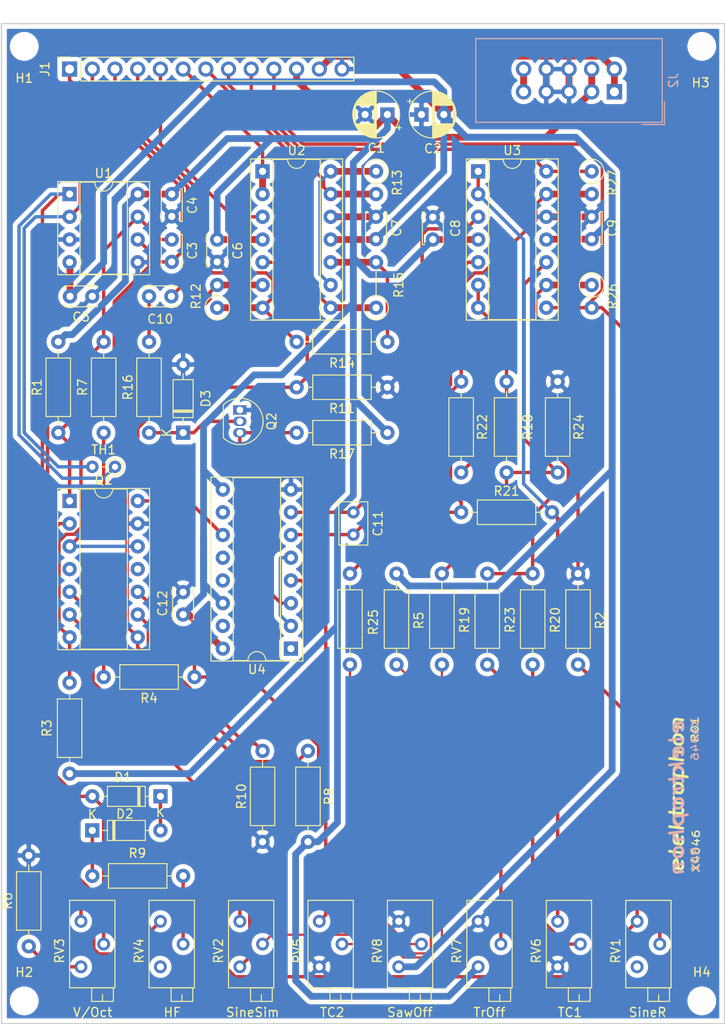
<source format=kicad_pcb>
(kicad_pcb (version 20171130) (host pcbnew 5.1.5-52549c5~84~ubuntu19.04.1)
  (title_block (title X4046) (date 2019-08-31) (rev R01) (comment 1 "Original design by Thomas Henry") (comment 2 "PCB for main circuit") (comment 4 "License CC BY 4.0 - Attribution 4.0 International"))
  (layers (0 F.Cu signal) (31 B.Cu signal) (34 B.Paste user) (35 F.Paste user) (36 B.SilkS user) (37 F.SilkS user) (38 B.Mask user) (39 F.Mask user) (44 Edge.Cuts user))
  (net 0 "")
  (net 1 GND)
  (net 2 +15V)
  (net 3 -15V)
  (net 4 /LIN_FM)
  (net 5 "Net-(C3-Pad1)")
  (net 6 /HARD_SYNC)
  (net 7 "Net-(C10-Pad1)")
  (net 8 /CI_1)
  (net 9 /CI_2)
  (net 10 "Net-(D1-Pad2)")
  (net 11 "Net-(D1-Pad1)")
  (net 12 "Net-(D2-Pad1)")
  (net 13 "Net-(D3-Pad1)")
  (net 14 /PULSE)
  (net 15 /SAW)
  (net 16 /RAMPOID)
  (net 17 /TRIANGLE)
  (net 18 /SINE)
  (net 19 /PWM)
  (net 20 /SKEW)
  (net 21 /EXP_FM)
  (net 22 +5V)
  (net 23 /CV)
  (net 24 "Net-(Q1-Pad7)")
  (net 25 "Net-(Q1-Pad6)")
  (net 26 "Net-(Q1-Pad12)")
  (net 27 "Net-(Q1-Pad5)")
  (net 28 "Net-(Q1-Pad10)")
  (net 29 "Net-(Q1-Pad9)")
  (net 30 "Net-(Q1-Pad8)")
  (net 31 /SYNC)
  (net 32 "Net-(R5-Pad2)")
  (net 33 "Net-(R6-Pad1)")
  (net 34 "Net-(R9-Pad2)")
  (net 35 "Net-(R13-Pad1)")
  (net 36 "Net-(R14-Pad1)")
  (net 37 "Net-(R18-Pad2)")
  (net 38 "Net-(R18-Pad1)")
  (net 39 "Net-(R19-Pad1)")
  (net 40 "Net-(R20-Pad2)")
  (net 41 "Net-(R20-Pad1)")
  (net 42 "Net-(R21-Pad2)")
  (net 43 "Net-(R21-Pad1)")
  (net 44 "Net-(R23-Pad2)")
  (net 45 "Net-(R25-Pad2)")
  (net 46 "Net-(RV1-Pad3)")
  (net 47 "Net-(RV3-Pad1)")
  (net 48 "Net-(RV4-Pad3)")
  (net 49 /VCO_OUT)
  (net 50 "Net-(U4-Pad15)")
  (net 51 "Net-(U4-Pad13)")
  (net 52 "Net-(U4-Pad2)")
  (net 53 "Net-(U4-Pad12)")
  (net 54 "Net-(U4-Pad10)")
  (net 55 "Net-(U4-Pad1)")
  (module Package_DIP:DIP-8_W7.62mm_Socket (layer F.Cu) (at 58.42 69.85)
    (fp_text reference U1 (at 3.81 -2.33) (layer F.SilkS))
    (fp_text value LF442)
    (pad 8 thru_hole oval (at 7.62 0) (size 1.6 1.6) (drill 0.8) (layers *.Cu *.Mask) (net 2 +15V))
    (pad 4 thru_hole oval (at 0 7.62) (size 1.6 1.6) (drill 0.8) (layers *.Cu *.Mask) (net 3 -15V))
    (pad 7 thru_hole oval (at 7.62 2.54) (size 1.6 1.6) (drill 0.8) (layers *.Cu *.Mask) (net 5 "Net-(C3-Pad1)"))
    (pad 3 thru_hole oval (at 0 5.08) (size 1.6 1.6) (drill 0.8) (layers *.Cu *.Mask) (net 1 GND))
    (pad 6 thru_hole oval (at 7.62 5.08) (size 1.6 1.6) (drill 0.8) (layers *.Cu *.Mask) (net 4 /LIN_FM))
    (pad 2 thru_hole oval (at 0 2.54) (size 1.6 1.6) (drill 0.8) (layers *.Cu *.Mask) (net 21 /EXP_FM))
    (pad 5 thru_hole oval (at 7.62 7.62) (size 1.6 1.6) (drill 0.8) (layers *.Cu *.Mask) (net 1 GND))
    (pad 1 thru_hole rect (at 0 0) (size 1.6 1.6) (drill 0.8) (layers *.Cu *.Mask) (net 47 "Net-(RV3-Pad1)"))
  )
  (module Package_DIP:DIP-14_W7.62mm_Socket (layer F.Cu) (at 58.42 104.14)
    (fp_text reference Q1 (at 3.81 -2.33) (layer F.SilkS))
    (fp_text value THAT300)
    (pad 14 thru_hole oval (at 7.62 0) (size 1.6 1.6) (drill 0.8) (layers *.Cu *.Mask) (net 23 /CV))
    (pad 7 thru_hole oval (at 0 15.24) (size 1.6 1.6) (drill 0.8) (layers *.Cu *.Mask) (net 24 "Net-(Q1-Pad7)"))
    (pad 13 thru_hole oval (at 7.62 2.54) (size 1.6 1.6) (drill 0.8) (layers *.Cu *.Mask) (net 1 GND))
    (pad 6 thru_hole oval (at 0 12.7) (size 1.6 1.6) (drill 0.8) (layers *.Cu *.Mask) (net 25 "Net-(Q1-Pad6)"))
    (pad 12 thru_hole oval (at 7.62 5.08) (size 1.6 1.6) (drill 0.8) (layers *.Cu *.Mask) (net 26 "Net-(Q1-Pad12)"))
    (pad 5 thru_hole oval (at 0 10.16) (size 1.6 1.6) (drill 0.8) (layers *.Cu *.Mask) (net 27 "Net-(Q1-Pad5)"))
    (pad 11 thru_hole oval (at 7.62 7.62) (size 1.6 1.6) (drill 0.8) (layers *.Cu *.Mask))
    (pad 4 thru_hole oval (at 0 7.62) (size 1.6 1.6) (drill 0.8) (layers *.Cu *.Mask))
    (pad 10 thru_hole oval (at 7.62 10.16) (size 1.6 1.6) (drill 0.8) (layers *.Cu *.Mask) (net 28 "Net-(Q1-Pad10)"))
    (pad 3 thru_hole oval (at 0 5.08) (size 1.6 1.6) (drill 0.8) (layers *.Cu *.Mask) (net 26 "Net-(Q1-Pad12)"))
    (pad 9 thru_hole oval (at 7.62 12.7) (size 1.6 1.6) (drill 0.8) (layers *.Cu *.Mask) (net 29 "Net-(Q1-Pad9)"))
    (pad 2 thru_hole oval (at 0 2.54) (size 1.6 1.6) (drill 0.8) (layers *.Cu *.Mask) (net 10 "Net-(D1-Pad2)"))
    (pad 8 thru_hole oval (at 7.62 15.24) (size 1.6 1.6) (drill 0.8) (layers *.Cu *.Mask) (net 30 "Net-(Q1-Pad8)"))
    (pad 1 thru_hole rect (at 0 0) (size 1.6 1.6) (drill 0.8) (layers *.Cu *.Mask) (net 4 /LIN_FM))
  )
  (module MountingHole:MountingHole_2.2mm_M2 (layer F.Cu) (at 129.16 160.02)
    (fp_text reference H4 (at 0 -3.2) (layer F.SilkS))
    (fp_text value MountingHole hide)
    (pad 1 np_thru_hole circle (at 0 0) (size 2.2 2.2) (drill 2.2) (layers *.Cu *.Mask))
  )
  (module MountingHole:MountingHole_2.2mm_M2 (layer F.Cu) (at 129.16 53.34)
    (fp_text reference H3 (at -0.128 4.064) (layer F.SilkS))
    (fp_text value MountingHole hide)
    (pad 1 np_thru_hole circle (at 0 0) (size 2.2 2.2) (drill 2.2) (layers *.Cu *.Mask))
  )
  (module MountingHole:MountingHole_2.2mm_M2 (layer F.Cu) (at 53.34 160.02)
    (fp_text reference H2 (at 0 -3.2) (layer F.SilkS))
    (fp_text value MountingHole hide)
    (pad 1 np_thru_hole circle (at 0 0) (size 2.2 2.2) (drill 2.2) (layers *.Cu *.Mask))
  )
  (module MountingHole:MountingHole_2.2mm_M2 (layer F.Cu) (at 53.34 53.34)
    (fp_text reference H1 (at 0 3.556) (layer F.SilkS))
    (fp_text value MountingHole hide)
    (pad 1 np_thru_hole circle (at 0 0) (size 2.2 2.2) (drill 2.2) (layers *.Cu *.Mask))
  )
  (module Capacitor_THT:C_Disc_D3.4mm_W2.1mm_P2.50mm (layer F.Cu) (at 69.85 74.93 270)
    (fp_text reference C3 (at 1.25 -2.3 90) (layer F.SilkS))
    (fp_text value 100p)
    (pad 2 thru_hole circle (at 2.5 0 270) (size 1.6 1.6) (drill 0.8) (layers *.Cu *.Mask) (net 4 /LIN_FM))
    (pad 1 thru_hole circle (at 0 0 270) (size 1.6 1.6) (drill 0.8) (layers *.Cu *.Mask) (net 5 "Net-(C3-Pad1)"))
  )
  (module Capacitor_THT:C_Disc_D3.4mm_W2.1mm_P2.50mm (layer F.Cu) (at 71.12 116.84 90)
    (fp_text reference C12 (at 1.25 -2.3 90) (layer F.SilkS))
    (fp_text value 0.1u)
    (pad 2 thru_hole circle (at 2.5 0 90) (size 1.6 1.6) (drill 0.8) (layers *.Cu *.Mask) (net 1 GND))
    (pad 1 thru_hole circle (at 0 0 90) (size 1.6 1.6) (drill 0.8) (layers *.Cu *.Mask) (net 2 +15V))
  )
  (module Resistor_THT:R_Axial_DIN0207_L6.3mm_D2.5mm_P2.54mm_Vertical (layer F.Cu) (at 116.84 80.01 270)
    (fp_text reference R26 (at 1.27 -2.37 90) (layer F.SilkS))
    (fp_text value 100k)
    (pad 2 thru_hole oval (at 2.54 0 270) (size 1.6 1.6) (drill 0.8) (layers *.Cu *.Mask) (net 17 /TRIANGLE))
    (pad 1 thru_hole circle (at 0 0 270) (size 1.6 1.6) (drill 0.8) (layers *.Cu *.Mask) (net 40 "Net-(R20-Pad2)"))
  )
  (module Resistor_THT:R_Axial_DIN0207_L6.3mm_D2.5mm_P5.08mm_Vertical (layer F.Cu) (at 92.71 82.55 90)
    (fp_text reference R15 (at 2.54 2.54 90) (layer F.SilkS))
    (fp_text value 2.2M)
    (pad 2 thru_hole oval (at 5.08 0 90) (size 1.6 1.6) (drill 0.8) (layers *.Cu *.Mask) (net 36 "Net-(R14-Pad1)"))
    (pad 1 thru_hole circle (at 0 0 90) (size 1.6 1.6) (drill 0.8) (layers *.Cu *.Mask) (net 14 /PULSE))
  )
  (module Resistor_THT:R_Axial_DIN0207_L6.3mm_D2.5mm_P10.16mm_Horizontal (layer F.Cu) (at 93.98 96.52 180)
    (fp_text reference R17 (at 5.08 -2.37) (layer F.SilkS))
    (fp_text value 4k7)
    (pad 2 thru_hole oval (at 10.16 0 180) (size 1.6 1.6) (drill 0.8) (layers *.Cu *.Mask) (net 31 /SYNC))
    (pad 1 thru_hole circle (at 0 0 180) (size 1.6 1.6) (drill 0.8) (layers *.Cu *.Mask) (net 2 +15V))
  )
  (module Resistor_THT:R_Axial_DIN0207_L6.3mm_D2.5mm_P2.54mm_Vertical (layer F.Cu) (at 92.71 67.31 270)
    (fp_text reference R13 (at 1.27 -2.37 90) (layer F.SilkS))
    (fp_text value 120k)
    (pad 2 thru_hole oval (at 2.54 0 270) (size 1.6 1.6) (drill 0.8) (layers *.Cu *.Mask) (net 19 /PWM))
    (pad 1 thru_hole circle (at 0 0 270) (size 1.6 1.6) (drill 0.8) (layers *.Cu *.Mask) (net 35 "Net-(R13-Pad1)"))
  )
  (module Resistor_THT:R_Axial_DIN0207_L6.3mm_D2.5mm_P2.54mm_Vertical (layer F.Cu) (at 74.93 82.55 90)
    (fp_text reference R12 (at 1.27 -2.37 90) (layer F.SilkS))
    (fp_text value 10k)
    (pad 2 thru_hole oval (at 2.54 0 90) (size 1.6 1.6) (drill 0.8) (layers *.Cu *.Mask) (net 24 "Net-(Q1-Pad7)"))
    (pad 1 thru_hole circle (at 0 0 90) (size 1.6 1.6) (drill 0.8) (layers *.Cu *.Mask) (net 18 /SINE))
  )
  (module Connector_PinSocket_2.54mm:PinSocket_1x13_P2.54mm_Vertical (layer F.Cu) (at 58.42 55.88 90)
    (fp_text reference J1 (at 0 -2.77 90) (layer F.SilkS))
    (fp_text value Conn_01x13_Female)
    (pad 13 thru_hole oval (at 0 30.48 90) (size 1.7 1.7) (drill 1) (layers *.Cu *.Mask) (net 1 GND))
    (pad 12 thru_hole oval (at 0 27.94 90) (size 1.7 1.7) (drill 1) (layers *.Cu *.Mask) (net 3 -15V))
    (pad 11 thru_hole oval (at 0 25.4 90) (size 1.7 1.7) (drill 1) (layers *.Cu *.Mask) (net 2 +15V))
    (pad 10 thru_hole oval (at 0 22.86 90) (size 1.7 1.7) (drill 1) (layers *.Cu *.Mask) (net 17 /TRIANGLE))
    (pad 9 thru_hole oval (at 0 20.32 90) (size 1.7 1.7) (drill 1) (layers *.Cu *.Mask) (net 15 /SAW))
    (pad 8 thru_hole oval (at 0 17.78 90) (size 1.7 1.7) (drill 1) (layers *.Cu *.Mask) (net 19 /PWM))
    (pad 7 thru_hole oval (at 0 15.24 90) (size 1.7 1.7) (drill 1) (layers *.Cu *.Mask) (net 14 /PULSE))
    (pad 6 thru_hole oval (at 0 12.7 90) (size 1.7 1.7) (drill 1) (layers *.Cu *.Mask) (net 16 /RAMPOID))
    (pad 5 thru_hole oval (at 0 10.16 90) (size 1.7 1.7) (drill 1) (layers *.Cu *.Mask) (net 20 /SKEW))
    (pad 4 thru_hole oval (at 0 7.62 90) (size 1.7 1.7) (drill 1) (layers *.Cu *.Mask) (net 18 /SINE))
    (pad 3 thru_hole oval (at 0 5.08 90) (size 1.7 1.7) (drill 1) (layers *.Cu *.Mask) (net 6 /HARD_SYNC))
    (pad 2 thru_hole oval (at 0 2.54 90) (size 1.7 1.7) (drill 1) (layers *.Cu *.Mask) (net 4 /LIN_FM))
    (pad 1 thru_hole rect (at 0 0 90) (size 1.7 1.7) (drill 1) (layers *.Cu *.Mask) (net 21 /EXP_FM))
  )
  (module Resistor_THT:R_Axial_DIN0207_L6.3mm_D2.5mm_P2.54mm_Vertical (layer F.Cu) (at 116.84 67.31 270)
    (fp_text reference R27 (at 1.27 -2.37 90) (layer F.SilkS))
    (fp_text value 100k)
    (pad 2 thru_hole oval (at 2.54 0 270) (size 1.6 1.6) (drill 0.8) (layers *.Cu *.Mask) (net 43 "Net-(R21-Pad1)"))
    (pad 1 thru_hole circle (at 0 0 270) (size 1.6 1.6) (drill 0.8) (layers *.Cu *.Mask) (net 15 /SAW))
  )
  (module Potentiometer_THT:Potentiometer_Bourns_3296Z_Horizontal (layer F.Cu) (at 77.47 151.13 90)
    (fp_text reference RV2 (at -3.3 -2.4 90) (layer F.SilkS))
    (fp_text value 50k)
    (pad 3 thru_hole circle (at -5.08 0 90) (size 1.44 1.44) (drill 0.8) (layers *.Cu *.Mask) (net 28 "Net-(Q1-Pad10)"))
    (pad 2 thru_hole circle (at -2.54 2.54 90) (size 1.44 1.44) (drill 0.8) (layers *.Cu *.Mask) (net 32 "Net-(R5-Pad2)"))
    (pad 1 thru_hole circle (at 0 0 90) (size 1.44 1.44) (drill 0.8) (layers *.Cu *.Mask) (net 27 "Net-(Q1-Pad5)"))
  )
  (module Package_DIP:DIP-16_W7.62mm_Socket (layer F.Cu) (at 83.185 120.65 180)
    (fp_text reference U4 (at 3.81 -2.33) (layer F.SilkS))
    (fp_text value 4046)
    (pad 16 thru_hole oval (at 7.62 0 180) (size 1.6 1.6) (drill 0.8) (layers *.Cu *.Mask) (net 2 +15V))
    (pad 8 thru_hole oval (at 0 17.78 180) (size 1.6 1.6) (drill 0.8) (layers *.Cu *.Mask) (net 1 GND))
    (pad 15 thru_hole oval (at 7.62 2.54 180) (size 1.6 1.6) (drill 0.8) (layers *.Cu *.Mask) (net 50 "Net-(U4-Pad15)"))
    (pad 7 thru_hole oval (at 0 15.24 180) (size 1.6 1.6) (drill 0.8) (layers *.Cu *.Mask) (net 9 /CI_2))
    (pad 14 thru_hole oval (at 7.62 5.08 180) (size 1.6 1.6) (drill 0.8) (layers *.Cu *.Mask) (net 2 +15V))
    (pad 6 thru_hole oval (at 0 12.7 180) (size 1.6 1.6) (drill 0.8) (layers *.Cu *.Mask) (net 8 /CI_1))
    (pad 13 thru_hole oval (at 7.62 7.62 180) (size 1.6 1.6) (drill 0.8) (layers *.Cu *.Mask) (net 51 "Net-(U4-Pad13)"))
    (pad 5 thru_hole oval (at 0 10.16 180) (size 1.6 1.6) (drill 0.8) (layers *.Cu *.Mask) (net 52 "Net-(U4-Pad2)"))
    (pad 12 thru_hole oval (at 7.62 10.16 180) (size 1.6 1.6) (drill 0.8) (layers *.Cu *.Mask) (net 53 "Net-(U4-Pad12)"))
    (pad 4 thru_hole oval (at 0 7.62 180) (size 1.6 1.6) (drill 0.8) (layers *.Cu *.Mask) (net 49 /VCO_OUT))
    (pad 11 thru_hole oval (at 7.62 12.7 180) (size 1.6 1.6) (drill 0.8) (layers *.Cu *.Mask) (net 23 /CV))
    (pad 3 thru_hole oval (at 0 5.08 180) (size 1.6 1.6) (drill 0.8) (layers *.Cu *.Mask) (net 31 /SYNC))
    (pad 10 thru_hole oval (at 7.62 15.24 180) (size 1.6 1.6) (drill 0.8) (layers *.Cu *.Mask) (net 54 "Net-(U4-Pad10)"))
    (pad 2 thru_hole oval (at 0 2.54 180) (size 1.6 1.6) (drill 0.8) (layers *.Cu *.Mask) (net 52 "Net-(U4-Pad2)"))
    (pad 9 thru_hole oval (at 7.62 17.78 180) (size 1.6 1.6) (drill 0.8) (layers *.Cu *.Mask) (net 2 +15V))
    (pad 1 thru_hole rect (at 0 0 180) (size 1.6 1.6) (drill 0.8) (layers *.Cu *.Mask) (net 55 "Net-(U4-Pad1)"))
  )
  (module Package_DIP:DIP-14_W7.62mm_Socket (layer F.Cu) (at 104.14 67.31)
    (fp_text reference U3 (at 3.81 -2.33) (layer F.SilkS))
    (fp_text value TL074)
    (pad 14 thru_hole oval (at 7.62 0) (size 1.6 1.6) (drill 0.8) (layers *.Cu *.Mask) (net 15 /SAW))
    (pad 7 thru_hole oval (at 0 15.24) (size 1.6 1.6) (drill 0.8) (layers *.Cu *.Mask) (net 38 "Net-(R18-Pad1)"))
    (pad 13 thru_hole oval (at 7.62 2.54) (size 1.6 1.6) (drill 0.8) (layers *.Cu *.Mask) (net 43 "Net-(R21-Pad1)"))
    (pad 6 thru_hole oval (at 0 12.7) (size 1.6 1.6) (drill 0.8) (layers *.Cu *.Mask) (net 38 "Net-(R18-Pad1)"))
    (pad 12 thru_hole oval (at 7.62 5.08) (size 1.6 1.6) (drill 0.8) (layers *.Cu *.Mask) (net 1 GND))
    (pad 5 thru_hole oval (at 0 10.16) (size 1.6 1.6) (drill 0.8) (layers *.Cu *.Mask) (net 8 /CI_1))
    (pad 11 thru_hole oval (at 7.62 7.62) (size 1.6 1.6) (drill 0.8) (layers *.Cu *.Mask) (net 3 -15V))
    (pad 4 thru_hole oval (at 0 7.62) (size 1.6 1.6) (drill 0.8) (layers *.Cu *.Mask) (net 2 +15V))
    (pad 10 thru_hole oval (at 7.62 10.16) (size 1.6 1.6) (drill 0.8) (layers *.Cu *.Mask) (net 37 "Net-(R18-Pad2)"))
    (pad 3 thru_hole oval (at 0 5.08) (size 1.6 1.6) (drill 0.8) (layers *.Cu *.Mask) (net 9 /CI_2))
    (pad 9 thru_hole oval (at 7.62 12.7) (size 1.6 1.6) (drill 0.8) (layers *.Cu *.Mask) (net 40 "Net-(R20-Pad2)"))
    (pad 2 thru_hole oval (at 0 2.54) (size 1.6 1.6) (drill 0.8) (layers *.Cu *.Mask) (net 42 "Net-(R21-Pad2)"))
    (pad 8 thru_hole oval (at 7.62 15.24) (size 1.6 1.6) (drill 0.8) (layers *.Cu *.Mask) (net 17 /TRIANGLE))
    (pad 1 thru_hole rect (at 0 0) (size 1.6 1.6) (drill 0.8) (layers *.Cu *.Mask) (net 42 "Net-(R21-Pad2)"))
  )
  (module Package_DIP:DIP-14_W7.62mm_Socket (layer F.Cu) (at 80.01 67.31)
    (fp_text reference U2 (at 3.81 -2.33) (layer F.SilkS))
    (fp_text value TL074)
    (pad 14 thru_hole oval (at 7.62 0) (size 1.6 1.6) (drill 0.8) (layers *.Cu *.Mask) (net 35 "Net-(R13-Pad1)"))
    (pad 7 thru_hole oval (at 0 15.24) (size 1.6 1.6) (drill 0.8) (layers *.Cu *.Mask) (net 18 /SINE))
    (pad 13 thru_hole oval (at 7.62 2.54) (size 1.6 1.6) (drill 0.8) (layers *.Cu *.Mask) (net 19 /PWM))
    (pad 6 thru_hole oval (at 0 12.7) (size 1.6 1.6) (drill 0.8) (layers *.Cu *.Mask) (net 24 "Net-(Q1-Pad7)"))
    (pad 12 thru_hole oval (at 7.62 5.08) (size 1.6 1.6) (drill 0.8) (layers *.Cu *.Mask) (net 1 GND))
    (pad 5 thru_hole oval (at 0 10.16) (size 1.6 1.6) (drill 0.8) (layers *.Cu *.Mask) (net 30 "Net-(Q1-Pad8)"))
    (pad 11 thru_hole oval (at 7.62 7.62) (size 1.6 1.6) (drill 0.8) (layers *.Cu *.Mask) (net 3 -15V))
    (pad 4 thru_hole oval (at 0 7.62) (size 1.6 1.6) (drill 0.8) (layers *.Cu *.Mask) (net 2 +15V))
    (pad 10 thru_hole oval (at 7.62 10.16) (size 1.6 1.6) (drill 0.8) (layers *.Cu *.Mask) (net 36 "Net-(R14-Pad1)"))
    (pad 3 thru_hole oval (at 0 5.08) (size 1.6 1.6) (drill 0.8) (layers *.Cu *.Mask) (net 20 /SKEW))
    (pad 9 thru_hole oval (at 7.62 12.7) (size 1.6 1.6) (drill 0.8) (layers *.Cu *.Mask) (net 35 "Net-(R13-Pad1)"))
    (pad 2 thru_hole oval (at 0 2.54) (size 1.6 1.6) (drill 0.8) (layers *.Cu *.Mask) (net 16 /RAMPOID))
    (pad 8 thru_hole oval (at 7.62 15.24) (size 1.6 1.6) (drill 0.8) (layers *.Cu *.Mask) (net 14 /PULSE))
    (pad 1 thru_hole rect (at 0 0) (size 1.6 1.6) (drill 0.8) (layers *.Cu *.Mask) (net 16 /RAMPOID))
  )
  (module Resistor_THT:R_Axial_DIN0204_L3.6mm_D1.6mm_P2.54mm_Vertical (layer F.Cu) (at 63.5 100.33 180)
    (fp_text reference TH1 (at 1.27 1.905) (layer F.SilkS))
    (fp_text value "2k +3500ppm/°C PTC")
    (pad 1 thru_hole circle (at 0 0 180) (size 1.4 1.4) (drill 0.7) (layers *.Cu *.Mask) (net 47 "Net-(RV3-Pad1)"))
    (pad 2 thru_hole oval (at 2.54 0 180) (size 1.4 1.4) (drill 0.7) (layers *.Cu *.Mask) (net 21 /EXP_FM))
  )
  (module Potentiometer_THT:Potentiometer_Bourns_3296Z_Horizontal (layer F.Cu) (at 95.25 151.13 90)
    (fp_text reference RV8 (at -3.3 -2.4 90) (layer F.SilkS))
    (fp_text value 100k)
    (pad 3 thru_hole circle (at -5.08 0 90) (size 1.44 1.44) (drill 0.8) (layers *.Cu *.Mask) (net 3 -15V))
    (pad 2 thru_hole circle (at -2.54 2.54 90) (size 1.44 1.44) (drill 0.8) (layers *.Cu *.Mask) (net 45 "Net-(R25-Pad2)"))
    (pad 1 thru_hole circle (at 0 0 90) (size 1.44 1.44) (drill 0.8) (layers *.Cu *.Mask) (net 1 GND))
  )
  (module Potentiometer_THT:Potentiometer_Bourns_3296Z_Horizontal (layer F.Cu) (at 104.14 151.13 90)
    (fp_text reference RV7 (at -3.3 -2.4 90) (layer F.SilkS))
    (fp_text value 100k)
    (pad 3 thru_hole circle (at -5.08 0 90) (size 1.44 1.44) (drill 0.8) (layers *.Cu *.Mask) (net 2 +15V))
    (pad 2 thru_hole circle (at -2.54 2.54 90) (size 1.44 1.44) (drill 0.8) (layers *.Cu *.Mask) (net 44 "Net-(R23-Pad2)"))
    (pad 1 thru_hole circle (at 0 0 90) (size 1.44 1.44) (drill 0.8) (layers *.Cu *.Mask) (net 1 GND))
  )
  (module Potentiometer_THT:Potentiometer_Bourns_3296Z_Horizontal (layer F.Cu) (at 113.03 151.13 90)
    (fp_text reference RV6 (at -3.3 -2.4 90) (layer F.SilkS))
    (fp_text value 100k)
    (pad 3 thru_hole circle (at -5.08 0 90) (size 1.44 1.44) (drill 0.8) (layers *.Cu *.Mask) (net 1 GND))
    (pad 2 thru_hole circle (at -2.54 2.54 90) (size 1.44 1.44) (drill 0.8) (layers *.Cu *.Mask) (net 41 "Net-(R20-Pad1)"))
    (pad 1 thru_hole circle (at 0 0 90) (size 1.44 1.44) (drill 0.8) (layers *.Cu *.Mask) (net 42 "Net-(R21-Pad2)"))
  )
  (module Potentiometer_THT:Potentiometer_Bourns_3296Z_Horizontal (layer F.Cu) (at 86.36 151.13 90)
    (fp_text reference RV5 (at -3.3 -2.4 90) (layer F.SilkS))
    (fp_text value 100k)
    (pad 3 thru_hole circle (at -5.08 0 90) (size 1.44 1.44) (drill 0.8) (layers *.Cu *.Mask) (net 1 GND))
    (pad 2 thru_hole circle (at -2.54 2.54 90) (size 1.44 1.44) (drill 0.8) (layers *.Cu *.Mask) (net 39 "Net-(R19-Pad1)"))
    (pad 1 thru_hole circle (at 0 0 90) (size 1.44 1.44) (drill 0.8) (layers *.Cu *.Mask) (net 49 /VCO_OUT))
  )
  (module Potentiometer_THT:Potentiometer_Bourns_3296Z_Horizontal (layer F.Cu) (at 68.58 151.13 90)
    (fp_text reference RV4 (at -3.3 -2.4 90) (layer F.SilkS))
    (fp_text value 100k)
    (pad 3 thru_hole circle (at -5.08 0 90) (size 1.44 1.44) (drill 0.8) (layers *.Cu *.Mask) (net 48 "Net-(RV4-Pad3)"))
    (pad 2 thru_hole circle (at -2.54 2.54 90) (size 1.44 1.44) (drill 0.8) (layers *.Cu *.Mask) (net 34 "Net-(R9-Pad2)"))
    (pad 1 thru_hole circle (at 0 0 90) (size 1.44 1.44) (drill 0.8) (layers *.Cu *.Mask) (net 5 "Net-(C3-Pad1)"))
  )
  (module Potentiometer_THT:Potentiometer_Bourns_3296Z_Horizontal (layer F.Cu) (at 59.69 151.13 90)
    (fp_text reference RV3 (at -3.3 -2.4 90) (layer F.SilkS))
    (fp_text value 100)
    (pad 3 thru_hole circle (at -5.08 0 90) (size 1.44 1.44) (drill 0.8) (layers *.Cu *.Mask) (net 33 "Net-(R6-Pad1)"))
    (pad 2 thru_hole circle (at -2.54 2.54 90) (size 1.44 1.44) (drill 0.8) (layers *.Cu *.Mask) (net 10 "Net-(D1-Pad2)"))
    (pad 1 thru_hole circle (at 0 0 90) (size 1.44 1.44) (drill 0.8) (layers *.Cu *.Mask) (net 47 "Net-(RV3-Pad1)"))
  )
  (module Potentiometer_THT:Potentiometer_Bourns_3296Z_Horizontal (layer F.Cu) (at 121.92 151.13 90)
    (fp_text reference RV1 (at -3.3 -2.4 90) (layer F.SilkS))
    (fp_text value 100k)
    (pad 3 thru_hole circle (at -5.08 0 90) (size 1.44 1.44) (drill 0.8) (layers *.Cu *.Mask) (net 46 "Net-(RV1-Pad3)"))
    (pad 2 thru_hole circle (at -2.54 2.54 90) (size 1.44 1.44) (drill 0.8) (layers *.Cu *.Mask) (net 17 /TRIANGLE))
    (pad 1 thru_hole circle (at 0 0 90) (size 1.44 1.44) (drill 0.8) (layers *.Cu *.Mask) (net 25 "Net-(Q1-Pad6)"))
  )
  (module Resistor_THT:R_Axial_DIN0207_L6.3mm_D2.5mm_P10.16mm_Horizontal (layer F.Cu) (at 89.789 112.268 270)
    (fp_text reference R25 (at 5.432 -2.611 90) (layer F.SilkS))
    (fp_text value 220k)
    (pad 2 thru_hole oval (at 10.16 0 270) (size 1.6 1.6) (drill 0.8) (layers *.Cu *.Mask) (net 45 "Net-(R25-Pad2)"))
    (pad 1 thru_hole circle (at 0 0 270) (size 1.6 1.6) (drill 0.8) (layers *.Cu *.Mask) (net 43 "Net-(R21-Pad1)"))
  )
  (module Resistor_THT:R_Axial_DIN0207_L6.3mm_D2.5mm_P10.16mm_Horizontal (layer F.Cu) (at 113.03 90.805 270)
    (fp_text reference R24 (at 5.08 -2.37 90) (layer F.SilkS))
    (fp_text value 120k)
    (pad 2 thru_hole oval (at 10.16 0 270) (size 1.6 1.6) (drill 0.8) (layers *.Cu *.Mask) (net 37 "Net-(R18-Pad2)"))
    (pad 1 thru_hole circle (at 0 0 270) (size 1.6 1.6) (drill 0.8) (layers *.Cu *.Mask) (net 1 GND))
  )
  (module Resistor_THT:R_Axial_DIN0207_L6.3mm_D2.5mm_P10.16mm_Horizontal (layer F.Cu) (at 105.156 112.268 270)
    (fp_text reference R23 (at 5.18 -2.544 90) (layer F.SilkS))
    (fp_text value 220k)
    (pad 2 thru_hole oval (at 10.16 0 270) (size 1.6 1.6) (drill 0.8) (layers *.Cu *.Mask) (net 44 "Net-(R23-Pad2)"))
    (pad 1 thru_hole circle (at 0 0 270) (size 1.6 1.6) (drill 0.8) (layers *.Cu *.Mask) (net 40 "Net-(R20-Pad2)"))
  )
  (module Resistor_THT:R_Axial_DIN0207_L6.3mm_D2.5mm_P10.16mm_Horizontal (layer F.Cu) (at 102.235 90.805 270)
    (fp_text reference R22 (at 5.08 -2.37 90) (layer F.SilkS))
    (fp_text value 75k)
    (pad 2 thru_hole oval (at 10.16 0 270) (size 1.6 1.6) (drill 0.8) (layers *.Cu *.Mask) (net 38 "Net-(R18-Pad1)"))
    (pad 1 thru_hole circle (at 0 0 270) (size 1.6 1.6) (drill 0.8) (layers *.Cu *.Mask) (net 43 "Net-(R21-Pad1)"))
  )
  (module Resistor_THT:R_Axial_DIN0207_L6.3mm_D2.5mm_P10.16mm_Horizontal (layer F.Cu) (at 102.235 105.41)
    (fp_text reference R21 (at 5.08 -2.37) (layer F.SilkS))
    (fp_text value 75k)
    (pad 2 thru_hole oval (at 10.16 0) (size 1.6 1.6) (drill 0.8) (layers *.Cu *.Mask) (net 42 "Net-(R21-Pad2)"))
    (pad 1 thru_hole circle (at 0 0) (size 1.6 1.6) (drill 0.8) (layers *.Cu *.Mask) (net 43 "Net-(R21-Pad1)"))
  )
  (module Resistor_THT:R_Axial_DIN0207_L6.3mm_D2.5mm_P10.16mm_Horizontal (layer F.Cu) (at 110.236 122.428 90)
    (fp_text reference R20 (at 4.98 2.53 90) (layer F.SilkS))
    (fp_text value 33k)
    (pad 2 thru_hole oval (at 10.16 0 90) (size 1.6 1.6) (drill 0.8) (layers *.Cu *.Mask) (net 40 "Net-(R20-Pad2)"))
    (pad 1 thru_hole circle (at 0 0 90) (size 1.6 1.6) (drill 0.8) (layers *.Cu *.Mask) (net 41 "Net-(R20-Pad1)"))
  )
  (module Resistor_THT:R_Axial_DIN0207_L6.3mm_D2.5mm_P10.16mm_Horizontal (layer F.Cu) (at 100.076 122.428 90)
    (fp_text reference R19 (at 4.98 2.53 90) (layer F.SilkS))
    (fp_text value 100k)
    (pad 2 thru_hole oval (at 10.16 0 90) (size 1.6 1.6) (drill 0.8) (layers *.Cu *.Mask) (net 37 "Net-(R18-Pad2)"))
    (pad 1 thru_hole circle (at 0 0 90) (size 1.6 1.6) (drill 0.8) (layers *.Cu *.Mask) (net 39 "Net-(R19-Pad1)"))
  )
  (module Resistor_THT:R_Axial_DIN0207_L6.3mm_D2.5mm_P10.16mm_Horizontal (layer F.Cu) (at 107.315 90.805 270)
    (fp_text reference R18 (at 5.08 -2.37 90) (layer F.SilkS))
    (fp_text value 75k)
    (pad 2 thru_hole oval (at 10.16 0 270) (size 1.6 1.6) (drill 0.8) (layers *.Cu *.Mask) (net 37 "Net-(R18-Pad2)"))
    (pad 1 thru_hole circle (at 0 0 270) (size 1.6 1.6) (drill 0.8) (layers *.Cu *.Mask) (net 38 "Net-(R18-Pad1)"))
  )
  (module Resistor_THT:R_Axial_DIN0207_L6.3mm_D2.5mm_P10.16mm_Horizontal (layer F.Cu) (at 67.31 96.52 90)
    (fp_text reference R16 (at 5.08 -2.37 90) (layer F.SilkS))
    (fp_text value 100k)
    (pad 2 thru_hole oval (at 10.16 0 90) (size 1.6 1.6) (drill 0.8) (layers *.Cu *.Mask) (net 7 "Net-(C10-Pad1)"))
    (pad 1 thru_hole circle (at 0 0 90) (size 1.6 1.6) (drill 0.8) (layers *.Cu *.Mask) (net 13 "Net-(D3-Pad1)"))
  )
  (module Resistor_THT:R_Axial_DIN0207_L6.3mm_D2.5mm_P10.16mm_Horizontal (layer F.Cu) (at 93.98 86.36 180)
    (fp_text reference R14 (at 5.08 -2.37) (layer F.SilkS))
    (fp_text value 2k2)
    (pad 2 thru_hole oval (at 10.16 0 180) (size 1.6 1.6) (drill 0.8) (layers *.Cu *.Mask) (net 18 /SINE))
    (pad 1 thru_hole circle (at 0 0 180) (size 1.6 1.6) (drill 0.8) (layers *.Cu *.Mask) (net 36 "Net-(R14-Pad1)"))
  )
  (module Resistor_THT:R_Axial_DIN0207_L6.3mm_D2.5mm_P10.16mm_Horizontal (layer F.Cu) (at 93.98 91.44 180)
    (fp_text reference R11 (at 5.08 -2.37) (layer F.SilkS))
    (fp_text value 10k)
    (pad 2 thru_hole oval (at 10.16 0 180) (size 1.6 1.6) (drill 0.8) (layers *.Cu *.Mask) (net 30 "Net-(Q1-Pad8)"))
    (pad 1 thru_hole circle (at 0 0 180) (size 1.6 1.6) (drill 0.8) (layers *.Cu *.Mask) (net 1 GND))
  )
  (module Resistor_THT:R_Axial_DIN0207_L6.3mm_D2.5mm_P10.16mm_Horizontal (layer F.Cu) (at 80.01 142.24 90)
    (fp_text reference R10 (at 5.08 -2.37 90) (layer F.SilkS))
    (fp_text value 2.2k)
    (pad 2 thru_hole oval (at 10.16 0 90) (size 1.6 1.6) (drill 0.8) (layers *.Cu *.Mask) (net 29 "Net-(Q1-Pad9)"))
    (pad 1 thru_hole circle (at 0 0 90) (size 1.6 1.6) (drill 0.8) (layers *.Cu *.Mask) (net 1 GND))
  )
  (module Resistor_THT:R_Axial_DIN0207_L6.3mm_D2.5mm_P10.16mm_Horizontal (layer F.Cu) (at 60.96 146.05)
    (fp_text reference R9 (at 5.04 -2.54) (layer F.SilkS))
    (fp_text value 10k)
    (pad 2 thru_hole oval (at 10.16 0) (size 1.6 1.6) (drill 0.8) (layers *.Cu *.Mask) (net 34 "Net-(R9-Pad2)"))
    (pad 1 thru_hole circle (at 0 0) (size 1.6 1.6) (drill 0.8) (layers *.Cu *.Mask) (net 12 "Net-(D2-Pad1)"))
  )
  (module Resistor_THT:R_Axial_DIN0207_L6.3mm_D2.5mm_P10.16mm_Horizontal (layer F.Cu) (at 85.09 132.08 270)
    (fp_text reference R8 (at 5.08 -2.37 90) (layer F.SilkS))
    (fp_text value 10k)
    (pad 2 thru_hole oval (at 10.16 0 270) (size 1.6 1.6) (drill 0.8) (layers *.Cu *.Mask) (net 2 +15V))
    (pad 1 thru_hole circle (at 0 0 270) (size 1.6 1.6) (drill 0.8) (layers *.Cu *.Mask) (net 30 "Net-(Q1-Pad8)"))
  )
  (module Resistor_THT:R_Axial_DIN0207_L6.3mm_D2.5mm_P10.16mm_Horizontal (layer F.Cu) (at 62.23 96.52 90)
    (fp_text reference R7 (at 5.08 -2.37 90) (layer F.SilkS))
    (fp_text value 12k)
    (pad 2 thru_hole oval (at 10.16 0 90) (size 1.6 1.6) (drill 0.8) (layers *.Cu *.Mask) (net 5 "Net-(C3-Pad1)"))
    (pad 1 thru_hole circle (at 0 0 90) (size 1.6 1.6) (drill 0.8) (layers *.Cu *.Mask) (net 26 "Net-(Q1-Pad12)"))
  )
  (module Resistor_THT:R_Axial_DIN0207_L6.3mm_D2.5mm_P10.16mm_Horizontal (layer F.Cu) (at 53.848 153.924 90)
    (fp_text reference R6 (at 5.08 -2.37 90) (layer F.SilkS))
    (fp_text value 390)
    (pad 2 thru_hole oval (at 10.16 0 90) (size 1.6 1.6) (drill 0.8) (layers *.Cu *.Mask) (net 1 GND))
    (pad 1 thru_hole circle (at 0 0 90) (size 1.6 1.6) (drill 0.8) (layers *.Cu *.Mask) (net 33 "Net-(R6-Pad1)"))
  )
  (module Resistor_THT:R_Axial_DIN0207_L6.3mm_D2.5mm_P10.16mm_Horizontal (layer F.Cu) (at 94.996 112.268 270)
    (fp_text reference R5 (at 5.232 -2.504 90) (layer F.SilkS))
    (fp_text value 18k)
    (pad 2 thru_hole oval (at 10.16 0 270) (size 1.6 1.6) (drill 0.8) (layers *.Cu *.Mask) (net 32 "Net-(R5-Pad2)"))
    (pad 1 thru_hole circle (at 0 0 270) (size 1.6 1.6) (drill 0.8) (layers *.Cu *.Mask) (net 3 -15V))
  )
  (module Resistor_THT:R_Axial_DIN0207_L6.3mm_D2.5mm_P10.16mm_Horizontal (layer F.Cu) (at 72.39 123.825 180)
    (fp_text reference R4 (at 5.08 -2.37) (layer F.SilkS))
    (fp_text value 390)
    (pad 2 thru_hole oval (at 10.16 0 180) (size 1.6 1.6) (drill 0.8) (layers *.Cu *.Mask) (net 27 "Net-(Q1-Pad5)"))
    (pad 1 thru_hole circle (at 0 0 180) (size 1.6 1.6) (drill 0.8) (layers *.Cu *.Mask) (net 28 "Net-(Q1-Pad10)"))
  )
  (module Resistor_THT:R_Axial_DIN0207_L6.3mm_D2.5mm_P10.16mm_Horizontal (layer F.Cu) (at 58.42 124.46 270)
    (fp_text reference R3 (at 5.08 2.54 90) (layer F.SilkS))
    (fp_text value 10k)
    (pad 2 thru_hole oval (at 10.16 0 270) (size 1.6 1.6) (drill 0.8) (layers *.Cu *.Mask) (net 2 +15V))
    (pad 1 thru_hole circle (at 0 0 270) (size 1.6 1.6) (drill 0.8) (layers *.Cu *.Mask) (net 24 "Net-(Q1-Pad7)"))
  )
  (module Resistor_THT:R_Axial_DIN0207_L6.3mm_D2.5mm_P10.16mm_Horizontal (layer F.Cu) (at 115.316 112.268 270)
    (fp_text reference R2 (at 5.232 -2.484 90) (layer F.SilkS))
    (fp_text value 2k2)
    (pad 2 thru_hole oval (at 10.16 0 270) (size 1.6 1.6) (drill 0.8) (layers *.Cu *.Mask) (net 25 "Net-(Q1-Pad6)"))
    (pad 1 thru_hole circle (at 0 0 270) (size 1.6 1.6) (drill 0.8) (layers *.Cu *.Mask) (net 1 GND))
  )
  (module Resistor_THT:R_Axial_DIN0207_L6.3mm_D2.5mm_P10.16mm_Horizontal (layer F.Cu) (at 57.15 96.52 90)
    (fp_text reference R1 (at 5.08 -2.37 90) (layer F.SilkS))
    (fp_text value 1M5)
    (pad 2 thru_hole oval (at 10.16 0 90) (size 1.6 1.6) (drill 0.8) (layers *.Cu *.Mask) (net 2 +15V))
    (pad 1 thru_hole circle (at 0 0 90) (size 1.6 1.6) (drill 0.8) (layers *.Cu *.Mask) (net 4 /LIN_FM))
  )
  (module Package_TO_SOT_THT:TO-92_Inline (layer F.Cu) (at 77.47 93.98 270)
    (fp_text reference Q2 (at 1.27 -3.56 90) (layer F.SilkS))
    (fp_text value 2N3904)
    (pad 1 thru_hole rect (at 0 0 270) (size 1.05 1.5) (drill 0.75) (layers *.Cu *.Mask) (net 1 GND))
    (pad 3 thru_hole oval (at 2.54 0 270) (size 1.05 1.5) (drill 0.75) (layers *.Cu *.Mask) (net 31 /SYNC))
    (pad 2 thru_hole oval (at 1.27 0 270) (size 1.05 1.5) (drill 0.75) (layers *.Cu *.Mask) (net 13 "Net-(D3-Pad1)"))
  )
  (module Connector_IDC:IDC-Header_2x05_P2.54mm_Vertical (layer B.Cu) (at 119.38 58.42 90)
    (fp_text reference J2 (at 1.27 6.604 270) (layer B.SilkS) (effects (justify mirror)))
    (fp_text value "IDC Header")
    (pad 10 thru_hole oval (at 2.54 -10.16 90) (size 1.7272 1.7272) (drill 1.016) (layers *.Cu *.Mask) (net 22 +5V))
    (pad 9 thru_hole oval (at 0 -10.16 90) (size 1.7272 1.7272) (drill 1.016) (layers *.Cu *.Mask) (net 22 +5V))
    (pad 8 thru_hole oval (at 2.54 -7.62 90) (size 1.7272 1.7272) (drill 1.016) (layers *.Cu *.Mask) (net 1 GND))
    (pad 7 thru_hole oval (at 0 -7.62 90) (size 1.7272 1.7272) (drill 1.016) (layers *.Cu *.Mask) (net 1 GND))
    (pad 6 thru_hole oval (at 2.54 -5.08 90) (size 1.7272 1.7272) (drill 1.016) (layers *.Cu *.Mask) (net 1 GND))
    (pad 5 thru_hole oval (at 0 -5.08 90) (size 1.7272 1.7272) (drill 1.016) (layers *.Cu *.Mask) (net 1 GND))
    (pad 4 thru_hole oval (at 2.54 -2.54 90) (size 1.7272 1.7272) (drill 1.016) (layers *.Cu *.Mask) (net 2 +15V))
    (pad 3 thru_hole oval (at 0 -2.54 90) (size 1.7272 1.7272) (drill 1.016) (layers *.Cu *.Mask) (net 2 +15V))
    (pad 2 thru_hole oval (at 2.54 0 90) (size 1.7272 1.7272) (drill 1.016) (layers *.Cu *.Mask) (net 3 -15V))
    (pad 1 thru_hole rect (at 0 0 90) (size 1.7272 1.7272) (drill 1.016) (layers *.Cu *.Mask) (net 3 -15V))
  )
  (module Diode_THT:D_DO-35_SOD27_P7.62mm_Horizontal (layer F.Cu) (at 71.12 96.52 90)
    (fp_text reference D3 (at 3.81 2.54 90) (layer F.SilkS))
    (fp_text value 1N4148)
    (fp_text user K (at 0 -1.8 90) (layer F.SilkS))
    (pad 2 thru_hole oval (at 7.62 0 90) (size 1.6 1.6) (drill 0.8) (layers *.Cu *.Mask) (net 1 GND))
    (pad 1 thru_hole rect (at 0 0 90) (size 1.6 1.6) (drill 0.8) (layers *.Cu *.Mask) (net 13 "Net-(D3-Pad1)"))
  )
  (module Diode_THT:D_DO-35_SOD27_P7.62mm_Horizontal (layer F.Cu) (at 60.96 140.97)
    (fp_text reference D2 (at 3.64 -1.84) (layer F.SilkS))
    (fp_text value 1N4148)
    (fp_text user K (at 0 -1.8) (layer F.SilkS))
    (pad 2 thru_hole oval (at 7.62 0) (size 1.6 1.6) (drill 0.8) (layers *.Cu *.Mask) (net 11 "Net-(D1-Pad1)"))
    (pad 1 thru_hole rect (at 0 0) (size 1.6 1.6) (drill 0.8) (layers *.Cu *.Mask) (net 12 "Net-(D2-Pad1)"))
  )
  (module Diode_THT:D_DO-35_SOD27_P7.62mm_Horizontal (layer F.Cu) (at 68.58 137.16 180)
    (fp_text reference D1 (at 4.18 2.13) (layer F.SilkS))
    (fp_text value 1N4148)
    (fp_text user K (at 0 -1.8) (layer F.SilkS))
    (pad 2 thru_hole oval (at 7.62 0 180) (size 1.6 1.6) (drill 0.8) (layers *.Cu *.Mask) (net 10 "Net-(D1-Pad2)"))
    (pad 1 thru_hole rect (at 0 0 180) (size 1.6 1.6) (drill 0.8) (layers *.Cu *.Mask) (net 11 "Net-(D1-Pad1)"))
  )
  (module Capacitor_THT:C_Rect_L4.6mm_W3.0mm_P2.50mm_MKS02_FKP02 (layer F.Cu) (at 90.17 105.41 270)
    (fp_text reference C11 (at 1.25 -2.75 90) (layer F.SilkS))
    (fp_text value "0.01u (Mylar)")
    (pad 2 thru_hole circle (at 2.5 0 270) (size 1.4 1.4) (drill 0.7) (layers *.Cu *.Mask) (net 8 /CI_1))
    (pad 1 thru_hole circle (at 0 0 270) (size 1.4 1.4) (drill 0.7) (layers *.Cu *.Mask) (net 9 /CI_2))
  )
  (module Capacitor_THT:C_Disc_D3.4mm_W2.1mm_P2.50mm (layer F.Cu) (at 67.31 81.28)
    (fp_text reference C10 (at 1.25 2.54) (layer F.SilkS))
    (fp_text value 470p)
    (pad 2 thru_hole circle (at 2.5 0) (size 1.6 1.6) (drill 0.8) (layers *.Cu *.Mask) (net 6 /HARD_SYNC))
    (pad 1 thru_hole circle (at 0 0) (size 1.6 1.6) (drill 0.8) (layers *.Cu *.Mask) (net 7 "Net-(C10-Pad1)"))
  )
  (module Capacitor_THT:C_Disc_D3.4mm_W2.1mm_P2.50mm (layer F.Cu) (at 116.84 72.39 270)
    (fp_text reference C9 (at 1.25 -2.3 90) (layer F.SilkS))
    (fp_text value 0.1u)
    (pad 2 thru_hole circle (at 2.5 0 270) (size 1.6 1.6) (drill 0.8) (layers *.Cu *.Mask) (net 3 -15V))
    (pad 1 thru_hole circle (at 0 0 270) (size 1.6 1.6) (drill 0.8) (layers *.Cu *.Mask) (net 1 GND))
  )
  (module Capacitor_THT:C_Disc_D3.4mm_W2.1mm_P2.50mm (layer F.Cu) (at 99.06 74.93 90)
    (fp_text reference C8 (at 1.25 2.54 90) (layer F.SilkS))
    (fp_text value 0.1u)
    (pad 2 thru_hole circle (at 2.5 0 90) (size 1.6 1.6) (drill 0.8) (layers *.Cu *.Mask) (net 1 GND))
    (pad 1 thru_hole circle (at 0 0 90) (size 1.6 1.6) (drill 0.8) (layers *.Cu *.Mask) (net 2 +15V))
  )
  (module Capacitor_THT:C_Disc_D3.4mm_W2.1mm_P2.50mm (layer F.Cu) (at 92.71 72.39 270)
    (fp_text reference C7 (at 1.25 -2.3 90) (layer F.SilkS))
    (fp_text value 0.1u)
    (pad 2 thru_hole circle (at 2.5 0 270) (size 1.6 1.6) (drill 0.8) (layers *.Cu *.Mask) (net 3 -15V))
    (pad 1 thru_hole circle (at 0 0 270) (size 1.6 1.6) (drill 0.8) (layers *.Cu *.Mask) (net 1 GND))
  )
  (module Capacitor_THT:C_Disc_D3.4mm_W2.1mm_P2.50mm (layer F.Cu) (at 74.93 74.93 270)
    (fp_text reference C6 (at 1.25 -2.3 90) (layer F.SilkS))
    (fp_text value 0.1u)
    (pad 2 thru_hole circle (at 2.5 0 270) (size 1.6 1.6) (drill 0.8) (layers *.Cu *.Mask) (net 1 GND))
    (pad 1 thru_hole circle (at 0 0 270) (size 1.6 1.6) (drill 0.8) (layers *.Cu *.Mask) (net 2 +15V))
  )
  (module Capacitor_THT:C_Disc_D3.4mm_W2.1mm_P2.50mm (layer F.Cu) (at 60.96 81.28 180)
    (fp_text reference C5 (at 1.25 -2.3) (layer F.SilkS))
    (fp_text value 0.1u)
    (pad 2 thru_hole circle (at 2.5 0 180) (size 1.6 1.6) (drill 0.8) (layers *.Cu *.Mask) (net 3 -15V))
    (pad 1 thru_hole circle (at 0 0 180) (size 1.6 1.6) (drill 0.8) (layers *.Cu *.Mask) (net 1 GND))
  )
  (module Capacitor_THT:C_Disc_D3.4mm_W2.1mm_P2.50mm (layer F.Cu) (at 69.85 69.85 270)
    (fp_text reference C4 (at 1.25 -2.3 90) (layer F.SilkS))
    (fp_text value 0.1u)
    (pad 2 thru_hole circle (at 2.5 0 270) (size 1.6 1.6) (drill 0.8) (layers *.Cu *.Mask) (net 1 GND))
    (pad 1 thru_hole circle (at 0 0 270) (size 1.6 1.6) (drill 0.8) (layers *.Cu *.Mask) (net 2 +15V))
  )
  (module Capacitor_THT:CP_Radial_D5.0mm_P2.50mm (layer F.Cu) (at 97.79 60.96)
    (fp_text reference C2 (at 1.27 3.81) (layer F.SilkS))
    (fp_text value 10u)
    (pad 2 thru_hole circle (at 2.5 0) (size 1.6 1.6) (drill 0.8) (layers *.Cu *.Mask) (net 3 -15V))
    (pad 1 thru_hole rect (at 0 0) (size 1.6 1.6) (drill 0.8) (layers *.Cu *.Mask) (net 1 GND))
  )
  (module Capacitor_THT:CP_Radial_D5.0mm_P2.50mm (layer F.Cu) (at 93.98 60.96 180)
    (fp_text reference C1 (at 1.25 -3.75) (layer F.SilkS))
    (fp_text value 10u)
    (pad 2 thru_hole circle (at 2.5 0 180) (size 1.6 1.6) (drill 0.8) (layers *.Cu *.Mask) (net 1 GND))
    (pad 1 thru_hole rect (at 0 0 180) (size 1.6 1.6) (drill 0.8) (layers *.Cu *.Mask) (net 2 +15V))
  )
  (gr_text elektrophon (at 126.365 136.906 90) (layer F.SilkS) (effects (font (size 1.5 2) (thickness 0.3) italic)))
  (gr_text X4046 (at 128.524 143.256 90) (layer F.SilkS) (effects (font (size 0.8 1))))
  (gr_text R01 (at 128.397 144.272 90) (layer B.SilkS) (effects (font (size 0.8 1)) (justify mirror)))
  (gr_text X4046 (at 128.397 130.81 90) (layer B.SilkS) (effects (font (size 0.8 1)) (justify mirror)))
  (gr_text elektrophon (at 126.365 137.287 90) (layer B.SilkS) (effects (font (size 1.5 2) (thickness 0.3) italic) (justify mirror)))
  (gr_text R01 (at 128.397 129.667 90) (layer F.SilkS) (effects (font (size 0.8 1))))
  (gr_text SineR (at 123.1 161.3) (layer F.SilkS) (effects (font (size 1 1))))
  (gr_text TrOff (at 105.4 161.3) (layer F.SilkS) (effects (font (size 1 1))))
  (gr_text TC1 (at 114.4 161.3) (layer F.SilkS) (effects (font (size 1 1))))
  (gr_text SawOff (at 96.5 161.3) (layer F.SilkS) (effects (font (size 1 1))))
  (gr_text TC2 (at 87.8 161.3) (layer F.SilkS) (effects (font (size 1 1))))
  (gr_text SineSim (at 78.9 161.3) (layer F.SilkS) (effects (font (size 1 1))))
  (gr_text HF (at 69.9 161.3) (layer F.SilkS) (effects (font (size 1 1))))
  (gr_text V/Oct (at 61 161.3) (layer F.SilkS) (effects (font (size 1 1))))
  (gr_line (start 50.8 50.8) (end 50.8 162.56) (layer Edge.Cuts) (width 0.15))
  (gr_line (start 50.8 50.8) (end 131.7 50.8) (layer Edge.Cuts) (width 0.15))
  (gr_line (start 50.8 162.56) (end 131.7 162.56) (layer Edge.Cuts) (width 0.15))
  (gr_line (start 131.7 50.8) (end 131.7 162.56) (layer Edge.Cuts) (width 0.15))
  (segment (start 87.63 72.39) (end 92.71 72.39) (width 0.76) (layer F.Cu) (net 1))
  (segment (start 116.84 72.39) (end 111.76 72.39) (width 0.76) (layer F.Cu) (net 1))
  (segment (start 114.3 55.88) (end 114.3 58.42) (width 0.76) (layer F.Cu) (net 1))
  (segment (start 111.76 58.42) (end 111.76 55.88) (width 0.76) (layer B.Cu) (net 1))
  (segment (start 115.316 93.091) (end 113.03 90.805) (width 0.381) (layer F.Cu) (net 1))
  (segment (start 115.316 112.268) (end 115.316 93.091) (width 0.381) (layer F.Cu) (net 1))
  (segment (start 116.84 58.42) (end 116.84 55.88) (width 0.76) (layer F.Cu) (net 2))
  (segment (start 69.85 69.85) (end 76.055 63.645) (width 0.76) (layer B.Cu) (net 2))
  (segment (start 93.98 62.52) (end 92.855 63.645) (width 0.76) (layer B.Cu) (net 2))
  (segment (start 89.010001 104.675597) (end 88.889999 104.795599) (width 0.76) (layer B.Cu) (net 2))
  (segment (start 66.04 69.85) (end 69.85 69.85) (width 0.76) (layer F.Cu) (net 2))
  (segment (start 104.14 74.93) (end 99.06 74.93) (width 0.76) (layer F.Cu) (net 2))
  (segment (start 76.055 63.645) (end 84.6 63.645) (width 0.76) (layer B.Cu) (net 2))
  (segment (start 111.76 63.5) (end 116.84 58.42) (width 0.76) (layer F.Cu) (net 2))
  (segment (start 96.52 63.5) (end 111.76 63.5) (width 0.76) (layer F.Cu) (net 2))
  (segment (start 93.98 60.96) (end 96.52 63.5) (width 0.76) (layer F.Cu) (net 2))
  (segment (start 89.010001 62.340001) (end 83.82 57.15) (width 0.76) (layer F.Cu) (net 2))
  (segment (start 83.82 57.15) (end 83.82 55.88) (width 0.76) (layer F.Cu) (net 2))
  (segment (start 93.98 60.96) (end 92.599999 62.340001) (width 0.76) (layer F.Cu) (net 2))
  (segment (start 92.599999 62.340001) (end 89.010001 62.340001) (width 0.76) (layer F.Cu) (net 2))
  (segment (start 74.93 74.93) (end 80.01 74.93) (width 0.76) (layer F.Cu) (net 2))
  (segment (start 84.6 63.645) (end 92.855 63.645) (width 0.76) (layer B.Cu) (net 2))
  (segment (start 90.17 103.515598) (end 88.392 105.293598) (width 0.76) (layer B.Cu) (net 2))
  (segment (start 93.98 62.52) (end 90.17 66.33) (width 0.76) (layer B.Cu) (net 2))
  (segment (start 93.98 60.96) (end 93.98 62.52) (width 0.76) (layer B.Cu) (net 2))
  (segment (start 86.22137 142.24) (end 88.392 140.06937) (width 0.76) (layer B.Cu) (net 2))
  (segment (start 88.392 140.06937) (end 88.392 115.697) (width 0.76) (layer B.Cu) (net 2))
  (segment (start 85.09 142.24) (end 86.22137 142.24) (width 0.76) (layer B.Cu) (net 2))
  (segment (start 88.392 118.087002) (end 88.392 115.697) (width 0.76) (layer B.Cu) (net 2))
  (segment (start 71.859002 134.62) (end 88.392 118.087002) (width 0.76) (layer B.Cu) (net 2))
  (segment (start 58.42 134.62) (end 71.859002 134.62) (width 0.76) (layer B.Cu) (net 2))
  (segment (start 88.392 105.293598) (end 88.392 115.697) (width 0.76) (layer B.Cu) (net 2))
  (segment (start 73.406 95.724998) (end 79.070999 90.059999) (width 0.76) (layer B.Cu) (net 2))
  (segment (start 90.17 82.052402) (end 90.17 76.2) (width 0.76) (layer B.Cu) (net 2))
  (segment (start 82.162403 90.059999) (end 90.17 82.052402) (width 0.76) (layer B.Cu) (net 2))
  (segment (start 79.070999 90.059999) (end 82.162403 90.059999) (width 0.76) (layer B.Cu) (net 2))
  (segment (start 75.565 102.87) (end 73.406 100.711) (width 0.76) (layer B.Cu) (net 2))
  (segment (start 73.406 100.711) (end 73.406 95.724998) (width 0.76) (layer B.Cu) (net 2))
  (segment (start 73.406 113.411) (end 73.406 111.506) (width 0.76) (layer B.Cu) (net 2))
  (segment (start 90.17 76.972402) (end 90.17 74.295) (width 0.76) (layer B.Cu) (net 2))
  (segment (start 92.047599 78.850001) (end 90.17 76.972402) (width 0.76) (layer B.Cu) (net 2))
  (segment (start 99.06 74.93) (end 95.139999 78.850001) (width 0.76) (layer B.Cu) (net 2))
  (segment (start 90.17 74.295) (end 90.17 76.2) (width 0.76) (layer B.Cu) (net 2))
  (segment (start 95.139999 78.850001) (end 92.047599 78.850001) (width 0.76) (layer B.Cu) (net 2))
  (segment (start 90.17 66.33) (end 90.17 74.295) (width 0.76) (layer B.Cu) (net 2))
  (segment (start 74.93 74.93) (end 74.93 69.745998) (width 0.76) (layer B.Cu) (net 2))
  (segment (start 81.030998 63.645) (end 84.6 63.645) (width 0.76) (layer B.Cu) (net 2))
  (segment (start 74.93 69.745998) (end 81.030998 63.645) (width 0.76) (layer B.Cu) (net 2))
  (segment (start 90.17 92.71) (end 90.17 87.884) (width 0.76) (layer B.Cu) (net 2))
  (segment (start 93.98 96.52) (end 90.17 92.71) (width 0.76) (layer B.Cu) (net 2))
  (segment (start 90.17 76.2) (end 90.17 87.884) (width 0.76) (layer B.Cu) (net 2))
  (segment (start 90.17 87.884) (end 90.17 103.515598) (width 0.76) (layer B.Cu) (net 2))
  (segment (start 104.14 156.21) (end 100.838 159.512) (width 0.76) (layer B.Cu) (net 2))
  (segment (start 100.838 159.512) (end 85.471 159.512) (width 0.76) (layer B.Cu) (net 2))
  (segment (start 83.709999 143.620001) (end 85.09 142.24) (width 0.76) (layer B.Cu) (net 2))
  (segment (start 83.709999 157.750999) (end 83.709999 143.620001) (width 0.76) (layer B.Cu) (net 2))
  (segment (start 85.471 159.512) (end 83.709999 157.750999) (width 0.76) (layer B.Cu) (net 2))
  (segment (start 64.659999 71.230001) (end 66.04 69.85) (width 0.76) (layer B.Cu) (net 2))
  (segment (start 64.659999 79.622403) (end 64.659999 71.230001) (width 0.76) (layer B.Cu) (net 2))
  (segment (start 58.722401 85.560001) (end 64.659999 79.622403) (width 0.76) (layer B.Cu) (net 2))
  (segment (start 57.949999 85.560001) (end 58.722401 85.560001) (width 0.76) (layer B.Cu) (net 2))
  (segment (start 57.15 86.36) (end 57.949999 85.560001) (width 0.76) (layer B.Cu) (net 2))
  (segment (start 71.755 116.84) (end 75.565 120.65) (width 0.76) (layer F.Cu) (net 2))
  (segment (start 71.12 116.84) (end 71.755 116.84) (width 0.76) (layer F.Cu) (net 2))
  (segment (start 71.12 116.84) (end 73.406 114.554) (width 0.76) (layer B.Cu) (net 2))
  (segment (start 73.406 111.506) (end 73.406 110.744) (width 0.76) (layer B.Cu) (net 2))
  (segment (start 73.406 114.554) (end 73.406 110.744) (width 0.76) (layer B.Cu) (net 2))
  (segment (start 73.406 113.411) (end 73.406 108.204) (width 0.76) (layer B.Cu) (net 2))
  (segment (start 75.565 115.57) (end 73.406 113.411) (width 0.76) (layer B.Cu) (net 2))
  (segment (start 73.406 110.744) (end 73.406 108.204) (width 0.76) (layer B.Cu) (net 2))
  (segment (start 73.406 108.204) (end 73.406 100.711) (width 0.76) (layer B.Cu) (net 2))
  (segment (start 58.42 81.24) (end 58.38 81.28) (width 0.25) (layer F.Cu) (net 3))
  (segment (start 117.936399 54.436399) (end 106.813601 54.436399) (width 0.76) (layer F.Cu) (net 3))
  (segment (start 106.813601 54.436399) (end 100.29 60.96) (width 0.76) (layer F.Cu) (net 3))
  (segment (start 119.38 55.88) (end 117.936399 54.436399) (width 0.76) (layer F.Cu) (net 3))
  (segment (start 100.29 67.31) (end 100.29 60.96) (width 0.76) (layer B.Cu) (net 3))
  (segment (start 92.71 74.89) (end 100.29 67.31) (width 0.76) (layer B.Cu) (net 3))
  (segment (start 92.67 74.93) (end 92.71 74.89) (width 0.76) (layer F.Cu) (net 3))
  (segment (start 87.63 74.93) (end 92.67 74.93) (width 0.76) (layer F.Cu) (net 3))
  (segment (start 58.46 77.51) (end 58.42 77.47) (width 0.76) (layer F.Cu) (net 3))
  (segment (start 58.46 81.28) (end 58.46 77.51) (width 0.76) (layer F.Cu) (net 3))
  (segment (start 118.220001 66.647599) (end 116.591201 65.018799) (width 0.76) (layer B.Cu) (net 3))
  (segment (start 111.8 74.89) (end 111.76 74.93) (width 0.76) (layer F.Cu) (net 3))
  (segment (start 116.84 74.89) (end 111.8 74.89) (width 0.76) (layer F.Cu) (net 3))
  (segment (start 116.591201 65.018799) (end 119.131201 67.558799) (width 0.76) (layer B.Cu) (net 3))
  (segment (start 116.84 74.89) (end 119.131201 72.598799) (width 0.76) (layer B.Cu) (net 3))
  (segment (start 119.38 55.88) (end 119.38 58.42) (width 0.76) (layer F.Cu) (net 3))
  (segment (start 100.29 60.96) (end 102.83 63.5) (width 0.76) (layer B.Cu) (net 3))
  (segment (start 115.072402 63.5) (end 116.591201 65.018799) (width 0.76) (layer B.Cu) (net 3))
  (segment (start 102.83 63.5) (end 115.072402 63.5) (width 0.76) (layer B.Cu) (net 3))
  (segment (start 62.23 77.51) (end 58.46 81.28) (width 0.76) (layer B.Cu) (net 3))
  (segment (start 100.29 58.38) (end 99.220001 57.310001) (width 0.76) (layer B.Cu) (net 3))
  (segment (start 100.29 60.96) (end 100.29 58.38) (width 0.76) (layer B.Cu) (net 3))
  (segment (start 74.769999 57.310001) (end 62.23 69.85) (width 0.76) (layer B.Cu) (net 3))
  (segment (start 62.23 69.85) (end 62.23 77.51) (width 0.76) (layer B.Cu) (net 3))
  (segment (start 99.220001 57.310001) (end 74.769999 57.310001) (width 0.76) (layer B.Cu) (net 3))
  (segment (start 96.640001 57.310001) (end 96.640001 57.270001) (width 0.76) (layer F.Cu) (net 3))
  (segment (start 100.29 60.96) (end 96.640001 57.310001) (width 0.76) (layer F.Cu) (net 3))
  (segment (start 87.790001 54.449999) (end 86.36 55.88) (width 0.76) (layer F.Cu) (net 3))
  (segment (start 93.819999 54.449999) (end 87.790001 54.449999) (width 0.76) (layer F.Cu) (net 3))
  (segment (start 96.640001 57.270001) (end 93.819999 54.449999) (width 0.76) (layer F.Cu) (net 3))
  (segment (start 106.199401 113.648001) (end 119.131201 100.716201) (width 0.76) (layer B.Cu) (net 3))
  (segment (start 96.376001 113.648001) (end 106.199401 113.648001) (width 0.76) (layer B.Cu) (net 3))
  (segment (start 94.996 112.268) (end 96.376001 113.648001) (width 0.76) (layer B.Cu) (net 3))
  (segment (start 119.131201 72.598799) (end 119.131201 69.537701) (width 0.76) (layer B.Cu) (net 3))
  (segment (start 119.131201 69.537701) (end 119.131201 67.558799) (width 0.76) (layer B.Cu) (net 3))
  (segment (start 119.131201 134.252801) (end 119.131201 92.397701) (width 0.76) (layer B.Cu) (net 3))
  (segment (start 97.174002 156.21) (end 119.131201 134.252801) (width 0.76) (layer B.Cu) (net 3))
  (segment (start 95.25 156.21) (end 97.174002 156.21) (width 0.76) (layer B.Cu) (net 3))
  (segment (start 119.131201 100.716201) (end 119.131201 92.397701) (width 0.76) (layer B.Cu) (net 3))
  (segment (start 119.131201 92.397701) (end 119.131201 69.537701) (width 0.76) (layer B.Cu) (net 3))
  (segment (start 58.42 97.79) (end 57.15 96.52) (width 0.381) (layer F.Cu) (net 4))
  (segment (start 58.42 104.14) (end 58.42 97.79) (width 0.381) (layer F.Cu) (net 4))
  (segment (start 69.85 77.43) (end 68.54 77.43) (width 0.381) (layer F.Cu) (net 4))
  (segment (start 63.420501 81.851441) (end 67.31 77.961942) (width 0.381) (layer F.Cu) (net 4))
  (segment (start 63.420501 90.249499) (end 63.420501 81.851441) (width 0.381) (layer F.Cu) (net 4))
  (segment (start 57.15 96.52) (end 63.420501 90.249499) (width 0.381) (layer F.Cu) (net 4))
  (segment (start 67.31 76.2) (end 66.04 74.93) (width 0.381) (layer F.Cu) (net 4))
  (segment (start 67.31 77.961942) (end 67.31 76.2) (width 0.381) (layer F.Cu) (net 4))
  (segment (start 68.54 77.43) (end 67.31 76.2) (width 0.381) (layer F.Cu) (net 4))
  (segment (start 71.0405 69.27855) (end 60.96 59.19805) (width 0.381) (layer F.Cu) (net 4))
  (segment (start 60.96 59.19805) (end 60.96 55.88) (width 0.381) (layer F.Cu) (net 4))
  (segment (start 71.0405 76.2395) (end 71.0405 69.27855) (width 0.381) (layer F.Cu) (net 4))
  (segment (start 69.85 77.43) (end 71.0405 76.2395) (width 0.381) (layer F.Cu) (net 4))
  (segment (start 62.23 76.2) (end 66.04 72.39) (width 0.381) (layer F.Cu) (net 5))
  (segment (start 62.23 86.36) (end 62.23 76.2) (width 0.381) (layer F.Cu) (net 5))
  (segment (start 68.58 74.93) (end 66.04 72.39) (width 0.381) (layer F.Cu) (net 5))
  (segment (start 69.85 74.93) (end 68.58 74.93) (width 0.381) (layer F.Cu) (net 5))
  (segment (start 62.23 86.36) (end 55.953014 92.636986) (width 0.381) (layer F.Cu) (net 5))
  (segment (start 55.953014 92.636986) (end 55.953014 142.804964) (width 0.381) (layer F.Cu) (net 5))
  (segment (start 61.119499 154.203041) (end 61.696959 154.780501) (width 0.381) (layer F.Cu) (net 5))
  (segment (start 67.860001 151.849999) (end 68.58 151.13) (width 0.381) (layer F.Cu) (net 5))
  (segment (start 64.929499 154.780501) (end 67.860001 151.849999) (width 0.381) (layer F.Cu) (net 5))
  (segment (start 61.119499 147.971449) (end 61.119499 154.203041) (width 0.381) (layer F.Cu) (net 5))
  (segment (start 55.953014 142.804964) (end 61.119499 147.971449) (width 0.381) (layer F.Cu) (net 5))
  (segment (start 61.696959 154.780501) (end 64.929499 154.780501) (width 0.381) (layer F.Cu) (net 5))
  (segment (start 63.5 60.916377) (end 63.5 55.88) (width 0.381) (layer F.Cu) (net 6))
  (segment (start 71.621511 79.468489) (end 71.621511 69.037888) (width 0.381) (layer F.Cu) (net 6))
  (segment (start 69.81 81.28) (end 71.621511 79.468489) (width 0.381) (layer F.Cu) (net 6))
  (segment (start 71.621511 69.037888) (end 63.5 60.916377) (width 0.381) (layer F.Cu) (net 6))
  (segment (start 67.31 86.36) (end 67.31 81.28) (width 0.381) (layer F.Cu) (net 7))
  (segment (start 83.225 107.91) (end 83.185 107.95) (width 0.381) (layer F.Cu) (net 8))
  (segment (start 90.17 107.91) (end 83.225 107.91) (width 0.381) (layer F.Cu) (net 8))
  (segment (start 103.00863 77.47) (end 104.14 77.47) (width 0.381) (layer F.Cu) (net 8))
  (segment (start 100.463488 91.754839) (end 101.044499 91.173829) (width 0.381) (layer F.Cu) (net 8))
  (segment (start 101.044499 79.434131) (end 103.00863 77.47) (width 0.381) (layer F.Cu) (net 8))
  (segment (start 90.17 107.91) (end 100.463488 97.616512) (width 0.381) (layer F.Cu) (net 8))
  (segment (start 100.463488 97.616512) (end 100.463488 91.754839) (width 0.381) (layer F.Cu) (net 8))
  (segment (start 101.044499 91.173829) (end 101.044499 79.434131) (width 0.381) (layer F.Cu) (net 8))
  (segment (start 83.185 105.41) (end 90.17 105.41) (width 0.381) (layer F.Cu) (net 9))
  (segment (start 90.17 105.41) (end 97.869499 97.710501) (width 0.381) (layer F.Cu) (net 9))
  (segment (start 98.488559 73.739499) (end 102.790501 73.739499) (width 0.381) (layer F.Cu) (net 9))
  (segment (start 102.790501 73.739499) (end 104.14 72.39) (width 0.381) (layer F.Cu) (net 9))
  (segment (start 97.869499 97.710501) (end 97.869499 74.358559) (width 0.381) (layer F.Cu) (net 9))
  (segment (start 97.869499 74.358559) (end 98.488559 73.739499) (width 0.381) (layer F.Cu) (net 9))
  (segment (start 62.23 138.43) (end 60.96 137.16) (width 0.381) (layer F.Cu) (net 10))
  (segment (start 62.23 142.24) (end 62.23 138.43) (width 0.381) (layer F.Cu) (net 10))
  (segment (start 62.23 153.67) (end 62.23 142.24) (width 0.381) (layer F.Cu) (net 10))
  (segment (start 62.23 142.24) (end 62.23 139.7) (width 0.381) (layer F.Cu) (net 10))
  (segment (start 59.198058 137.16) (end 59.82863 137.16) (width 0.381) (layer F.Cu) (net 10))
  (segment (start 57.28863 106.68) (end 56.534025 107.434605) (width 0.381) (layer F.Cu) (net 10))
  (segment (start 56.534025 134.495967) (end 59.198058 137.16) (width 0.381) (layer F.Cu) (net 10))
  (segment (start 58.42 106.68) (end 57.28863 106.68) (width 0.381) (layer F.Cu) (net 10))
  (segment (start 59.82863 137.16) (end 60.96 137.16) (width 0.381) (layer F.Cu) (net 10))
  (segment (start 56.534025 107.434605) (end 56.534025 134.495967) (width 0.381) (layer F.Cu) (net 10))
  (segment (start 68.58 137.16) (end 68.58 140.97) (width 0.381) (layer F.Cu) (net 11))
  (segment (start 60.96 140.97) (end 60.96 146.05) (width 0.381) (layer F.Cu) (net 12))
  (segment (start 71.12 96.52) (end 67.31 96.52) (width 0.381) (layer F.Cu) (net 13))
  (segment (start 73.571 95.25) (end 77.47 95.25) (width 0.381) (layer F.Cu) (net 13))
  (segment (start 72.301 96.52) (end 73.571 95.25) (width 0.381) (layer F.Cu) (net 13))
  (segment (start 71.12 96.52) (end 72.301 96.52) (width 0.381) (layer F.Cu) (net 13))
  (segment (start 87.63 82.55) (end 92.71 82.55) (width 0.76) (layer F.Cu) (net 14))
  (segment (start 85.479489 80.399489) (end 87.63 82.55) (width 0.381) (layer F.Cu) (net 14))
  (segment (start 73.66 55.88) (end 85.479489 67.699489) (width 0.381) (layer F.Cu) (net 14))
  (segment (start 85.479489 67.699489) (end 85.479489 80.399489) (width 0.381) (layer F.Cu) (net 14))
  (segment (start 116.84 67.31) (end 111.76 67.31) (width 0.381) (layer F.Cu) (net 15))
  (segment (start 78.74 57.082081) (end 78.74 55.88) (width 0.381) (layer F.Cu) (net 15))
  (segment (start 78.74 59.316655) (end 78.74 57.082081) (width 0.381) (layer F.Cu) (net 15))
  (segment (start 84.274866 64.851522) (end 78.74 59.316655) (width 0.381) (layer F.Cu) (net 15))
  (segment (start 111.76 67.31) (end 109.301522 64.851522) (width 0.381) (layer F.Cu) (net 15))
  (segment (start 109.301522 64.851522) (end 84.274866 64.851522) (width 0.381) (layer F.Cu) (net 15))
  (segment (start 80.01 67.31) (end 80.01 69.85) (width 0.76) (layer F.Cu) (net 16))
  (segment (start 80.01 64.77) (end 71.12 55.88) (width 0.381) (layer F.Cu) (net 16))
  (segment (start 80.01 67.31) (end 80.01 64.77) (width 0.381) (layer F.Cu) (net 16))
  (segment (start 116.84 82.55) (end 116.15101 82.55) (width 0.381) (layer F.Cu) (net 17))
  (segment (start 124.46 89.03863) (end 124.46 153.67) (width 0.381) (layer F.Cu) (net 17))
  (segment (start 117.97137 82.55) (end 124.46 89.03863) (width 0.381) (layer F.Cu) (net 17))
  (segment (start 116.84 82.55) (end 117.97137 82.55) (width 0.381) (layer F.Cu) (net 17))
  (segment (start 81.28 61.034982) (end 81.28 57.082081) (width 0.381) (layer F.Cu) (net 17))
  (segment (start 116.061942 82.55) (end 118.030501 80.581441) (width 0.381) (layer F.Cu) (net 17))
  (segment (start 81.28 57.082081) (end 81.28 55.88) (width 0.381) (layer F.Cu) (net 17))
  (segment (start 118.030501 66.738559) (end 115.562453 64.270511) (width 0.381) (layer F.Cu) (net 17))
  (segment (start 111.76 82.55) (end 116.061942 82.55) (width 0.381) (layer F.Cu) (net 17))
  (segment (start 118.030501 80.581441) (end 118.030501 66.738559) (width 0.381) (layer F.Cu) (net 17))
  (segment (start 84.515529 64.270511) (end 81.28 61.034982) (width 0.381) (layer F.Cu) (net 17))
  (segment (start 115.562453 64.270511) (end 84.515529 64.270511) (width 0.381) (layer F.Cu) (net 17))
  (segment (start 74.93 82.55) (end 80.01 82.55) (width 0.76) (layer F.Cu) (net 18))
  (segment (start 80.01 82.55) (end 83.82 86.36) (width 0.381) (layer F.Cu) (net 18))
  (segment (start 66.04 55.88) (end 66.04 62.634705) (width 0.381) (layer F.Cu) (net 18))
  (segment (start 73.457648 77.71959) (end 73.457648 70.052352) (width 0.381) (layer F.Cu) (net 18))
  (segment (start 74.398559 78.660501) (end 73.457648 77.71959) (width 0.381) (layer F.Cu) (net 18))
  (segment (start 80.422443 78.660501) (end 74.398559 78.660501) (width 0.381) (layer F.Cu) (net 18))
  (segment (start 81.200501 79.438559) (end 80.422443 78.660501) (width 0.381) (layer F.Cu) (net 18))
  (segment (start 81.200501 81.359499) (end 81.200501 79.438559) (width 0.381) (layer F.Cu) (net 18))
  (segment (start 80.01 82.55) (end 81.200501 81.359499) (width 0.381) (layer F.Cu) (net 18))
  (segment (start 66.04 62.634705) (end 73.457648 70.052352) (width 0.381) (layer F.Cu) (net 18))
  (segment (start 87.63 69.85) (end 92.71 69.85) (width 0.76) (layer F.Cu) (net 19))
  (segment (start 76.2 57.598328) (end 76.2 57.082081) (width 0.381) (layer F.Cu) (net 19))
  (segment (start 86.830001 69.050001) (end 86.830001 68.228329) (width 0.381) (layer F.Cu) (net 19))
  (segment (start 76.2 57.082081) (end 76.2 55.88) (width 0.381) (layer F.Cu) (net 19))
  (segment (start 86.830001 68.228329) (end 76.2 57.598328) (width 0.381) (layer F.Cu) (net 19))
  (segment (start 87.63 69.85) (end 86.830001 69.050001) (width 0.381) (layer F.Cu) (net 19))
  (segment (start 68.58 64.258173) (end 68.58 55.88) (width 0.381) (layer F.Cu) (net 20))
  (segment (start 76.711827 72.39) (end 68.58 64.258173) (width 0.381) (layer F.Cu) (net 20))
  (segment (start 80.01 72.39) (end 76.711827 72.39) (width 0.381) (layer F.Cu) (net 20))
  (segment (start 58.42 57.111) (end 58.42 55.88) (width 0.381) (layer F.Cu) (net 21))
  (segment (start 59.610501 58.301501) (end 58.42 57.111) (width 0.381) (layer F.Cu) (net 21))
  (segment (start 59.610501 71.199499) (end 59.610501 58.301501) (width 0.381) (layer F.Cu) (net 21))
  (segment (start 58.42 72.39) (end 59.610501 71.199499) (width 0.381) (layer F.Cu) (net 21))
  (segment (start 53.34 96.52) (end 53.34 73.66) (width 0.381) (layer B.Cu) (net 21))
  (segment (start 54.61 72.39) (end 58.42 72.39) (width 0.381) (layer B.Cu) (net 21))
  (segment (start 53.34 73.66) (end 54.61 72.39) (width 0.381) (layer B.Cu) (net 21))
  (segment (start 60.96 100.33) (end 57.15 100.33) (width 0.381) (layer B.Cu) (net 21))
  (segment (start 57.15 100.33) (end 53.34 96.52) (width 0.381) (layer B.Cu) (net 21))
  (segment (start 109.22 55.88) (end 109.22 58.42) (width 0.76) (layer F.Cu) (net 22))
  (segment (start 71.755 104.14) (end 75.565 107.95) (width 0.381) (layer F.Cu) (net 23))
  (segment (start 66.04 104.14) (end 71.755 104.14) (width 0.381) (layer F.Cu) (net 23))
  (segment (start 80.01 80.01) (end 74.93 80.01) (width 0.76) (layer F.Cu) (net 24))
  (segment (start 58.42 124.46) (end 58.42 119.38) (width 0.381) (layer F.Cu) (net 24))
  (segment (start 58.947827 107.870501) (end 59.69 107.128328) (width 0.381) (layer F.Cu) (net 24))
  (segment (start 58.007557 107.870501) (end 58.947827 107.870501) (width 0.381) (layer F.Cu) (net 24))
  (segment (start 57.229499 108.648559) (end 58.007557 107.870501) (width 0.381) (layer F.Cu) (net 24))
  (segment (start 59.69 96.028058) (end 59.69 107.128328) (width 0.381) (layer F.Cu) (net 24))
  (segment (start 74.130001 81.588057) (end 59.69 96.028058) (width 0.381) (layer F.Cu) (net 24))
  (segment (start 74.130001 80.809999) (end 74.130001 81.588057) (width 0.381) (layer F.Cu) (net 24))
  (segment (start 74.93 80.01) (end 74.130001 80.809999) (width 0.381) (layer F.Cu) (net 24))
  (segment (start 57.229499 108.648559) (end 57.928058 107.95) (width 0.381) (layer F.Cu) (net 24))
  (segment (start 58.42 119.38) (end 57.229499 118.189499) (width 0.381) (layer F.Cu) (net 24))
  (segment (start 57.229499 118.189499) (end 57.229499 108.648559) (width 0.381) (layer F.Cu) (net 24))
  (segment (start 115.729499 157.320501) (end 121.92 151.13) (width 0.381) (layer F.Cu) (net 25))
  (segment (start 76.936959 157.320501) (end 115.729499 157.320501) (width 0.381) (layer F.Cu) (net 25))
  (segment (start 76.359499 156.743041) (end 76.936959 157.320501) (width 0.381) (layer F.Cu) (net 25))
  (segment (start 61.039499 119.459499) (end 58.42 116.84) (width 0.381) (layer F.Cu) (net 25))
  (segment (start 61.039499 124.396441) (end 61.039499 119.459499) (width 0.381) (layer F.Cu) (net 25))
  (segment (start 73.731529 137.088471) (end 73.731529 154.115071) (width 0.381) (layer F.Cu) (net 25))
  (segment (start 73.731529 154.115071) (end 76.936959 157.320501) (width 0.381) (layer F.Cu) (net 25))
  (segment (start 73.731529 137.088471) (end 61.039499 124.396441) (width 0.381) (layer F.Cu) (net 25))
  (segment (start 121.92 129.032) (end 115.316 122.428) (width 0.381) (layer F.Cu) (net 25))
  (segment (start 121.92 151.13) (end 121.92 129.032) (width 0.381) (layer F.Cu) (net 25))
  (segment (start 58.42 109.22) (end 66.04 109.22) (width 0.381) (layer B.Cu) (net 26))
  (segment (start 62.23 105.41) (end 58.42 109.22) (width 0.381) (layer F.Cu) (net 26))
  (segment (start 62.23 96.52) (end 62.23 105.41) (width 0.381) (layer F.Cu) (net 26))
  (segment (start 58.42 109.22) (end 59.69 109.22) (width 0.381) (layer B.Cu) (net 26))
  (segment (start 59.69 115.57) (end 58.42 114.3) (width 0.381) (layer F.Cu) (net 27))
  (segment (start 77.47 151.13) (end 77.47 133.35) (width 0.381) (layer F.Cu) (net 27))
  (segment (start 77.47 133.35) (end 74.93 130.81) (width 0.381) (layer F.Cu) (net 27))
  (segment (start 76.2 132.08) (end 74.93 130.81) (width 0.381) (layer F.Cu) (net 27))
  (segment (start 62.23 118.11) (end 59.69 115.57) (width 0.381) (layer F.Cu) (net 27))
  (segment (start 62.23 123.825) (end 62.23 118.11) (width 0.381) (layer F.Cu) (net 27))
  (segment (start 74.93 130.81) (end 59.69 115.57) (width 0.381) (layer F.Cu) (net 27))
  (segment (start 72.39 120.65) (end 66.04 114.3) (width 0.381) (layer F.Cu) (net 28))
  (segment (start 72.39 123.825) (end 72.39 120.65) (width 0.381) (layer F.Cu) (net 28))
  (segment (start 86.280501 131.508559) (end 78.596942 123.825) (width 0.381) (layer F.Cu) (net 28))
  (segment (start 78.580501 155.099499) (end 78.580501 141.129499) (width 0.381) (layer F.Cu) (net 28))
  (segment (start 86.280501 133.429499) (end 86.280501 131.508559) (width 0.381) (layer F.Cu) (net 28))
  (segment (start 78.580501 141.129499) (end 86.280501 133.429499) (width 0.381) (layer F.Cu) (net 28))
  (segment (start 77.47 156.21) (end 78.580501 155.099499) (width 0.381) (layer F.Cu) (net 28))
  (segment (start 78.596942 123.825) (end 72.39 123.825) (width 0.381) (layer F.Cu) (net 28))
  (segment (start 67.230501 118.030501) (end 66.04 116.84) (width 0.381) (layer F.Cu) (net 29))
  (segment (start 67.230501 120.427443) (end 67.230501 118.030501) (width 0.381) (layer F.Cu) (net 29))
  (segment (start 79.210001 131.280001) (end 78.083059 131.280001) (width 0.381) (layer F.Cu) (net 29))
  (segment (start 78.083059 131.280001) (end 67.230501 120.427443) (width 0.381) (layer F.Cu) (net 29))
  (segment (start 80.01 132.08) (end 79.210001 131.280001) (width 0.381) (layer F.Cu) (net 29))
  (segment (start 70.628058 91.44) (end 83.82 91.44) (width 0.381) (layer F.Cu) (net 30))
  (segment (start 66.04 96.028058) (end 70.628058 91.44) (width 0.381) (layer F.Cu) (net 30))
  (segment (start 83.82 91.44) (end 85.010501 90.249499) (width 0.381) (layer F.Cu) (net 30))
  (segment (start 81.14137 77.47) (end 80.01 77.47) (width 0.381) (layer F.Cu) (net 30))
  (segment (start 85.010501 81.339131) (end 81.14137 77.47) (width 0.381) (layer F.Cu) (net 30))
  (segment (start 85.010501 90.249499) (end 85.010501 81.339131) (width 0.381) (layer F.Cu) (net 30))
  (segment (start 64.849499 101.520501) (end 66.04 100.33) (width 0.381) (layer F.Cu) (net 30))
  (segment (start 64.849499 118.189499) (end 64.849499 101.520501) (width 0.381) (layer F.Cu) (net 30))
  (segment (start 66.04 119.38) (end 64.849499 118.189499) (width 0.381) (layer F.Cu) (net 30))
  (segment (start 66.04 100.33) (end 66.04 96.028058) (width 0.381) (layer F.Cu) (net 30))
  (segment (start 66.04 120.51137) (end 66.04 119.38) (width 0.381) (layer F.Cu) (net 30))
  (segment (start 78.799131 133.270501) (end 66.04 120.51137) (width 0.381) (layer F.Cu) (net 30))
  (segment (start 85.09 132.08) (end 83.899499 133.270501) (width 0.381) (layer F.Cu) (net 30))
  (segment (start 83.899499 133.270501) (end 78.799131 133.270501) (width 0.381) (layer F.Cu) (net 30))
  (segment (start 77.47 96.52) (end 83.82 96.52) (width 0.381) (layer F.Cu) (net 31))
  (segment (start 77.47 110.98637) (end 77.47 96.52) (width 0.381) (layer F.Cu) (net 31))
  (segment (start 82.05363 115.57) (end 77.47 110.98637) (width 0.381) (layer F.Cu) (net 31))
  (segment (start 83.185 115.57) (end 82.05363 115.57) (width 0.381) (layer F.Cu) (net 31))
  (segment (start 81.055001 152.624999) (end 80.01 153.67) (width 0.25) (layer F.Cu) (net 32))
  (segment (start 93.848012 152.624999) (end 81.055001 152.624999) (width 0.25) (layer F.Cu) (net 32))
  (segment (start 98.291601 154.715001) (end 95.938014 154.715001) (width 0.25) (layer F.Cu) (net 32))
  (segment (start 98.835001 154.171601) (end 98.291601 154.715001) (width 0.25) (layer F.Cu) (net 32))
  (segment (start 98.835001 126.267001) (end 98.835001 154.171601) (width 0.25) (layer F.Cu) (net 32))
  (segment (start 94.996 122.428) (end 98.835001 126.267001) (width 0.25) (layer F.Cu) (net 32))
  (segment (start 95.938014 154.715001) (end 93.848012 152.624999) (width 0.25) (layer F.Cu) (net 32))
  (segment (start 56.134 156.21) (end 53.848 153.924) (width 0.381) (layer F.Cu) (net 33))
  (segment (start 59.69 156.21) (end 56.134 156.21) (width 0.381) (layer F.Cu) (net 33))
  (segment (start 71.12 146.05) (end 71.12 153.67) (width 0.381) (layer F.Cu) (net 34))
  (segment (start 92.71 67.31) (end 87.63 67.31) (width 0.76) (layer F.Cu) (net 35))
  (segment (start 86.439499 68.500501) (end 87.63 67.31) (width 0.381) (layer B.Cu) (net 35))
  (segment (start 87.63 80.01) (end 86.439499 78.819499) (width 0.381) (layer B.Cu) (net 35))
  (segment (start 86.439499 78.819499) (end 86.439499 68.500501) (width 0.381) (layer B.Cu) (net 35))
  (segment (start 87.63 77.47) (end 92.71 77.47) (width 0.76) (layer F.Cu) (net 36))
  (segment (start 93.98 78.74) (end 93.98 86.36) (width 0.381) (layer F.Cu) (net 36))
  (segment (start 92.71 77.47) (end 93.98 78.74) (width 0.381) (layer F.Cu) (net 36))
  (segment (start 107.315 100.965) (end 113.03 100.965) (width 0.381) (layer F.Cu) (net 37))
  (segment (start 109.273991 79.956009) (end 111.76 77.47) (width 0.381) (layer F.Cu) (net 37))
  (segment (start 109.273991 97.208991) (end 109.273991 79.956009) (width 0.381) (layer F.Cu) (net 37))
  (segment (start 113.03 100.965) (end 109.273991 97.208991) (width 0.381) (layer F.Cu) (net 37))
  (segment (start 107.315 105.029) (end 107.315 100.965) (width 0.381) (layer F.Cu) (net 37))
  (segment (start 100.076 112.268) (end 107.315 105.029) (width 0.381) (layer F.Cu) (net 37))
  (segment (start 107.315 85.725) (end 104.14 82.55) (width 0.381) (layer F.Cu) (net 38))
  (segment (start 107.315 90.805) (end 107.315 85.725) (width 0.381) (layer F.Cu) (net 38))
  (segment (start 104.14 82.55) (end 104.14 80.01) (width 0.381) (layer F.Cu) (net 38))
  (segment (start 107.315 95.885) (end 107.315 90.805) (width 0.381) (layer F.Cu) (net 38))
  (segment (start 102.235 100.965) (end 107.315 95.885) (width 0.381) (layer F.Cu) (net 38))
  (segment (start 100.076 153.567013) (end 98.478001 155.165012) (width 0.25) (layer F.Cu) (net 39))
  (segment (start 94.256603 153.67) (end 88.9 153.67) (width 0.25) (layer F.Cu) (net 39))
  (segment (start 98.478001 155.165012) (end 95.751614 155.165012) (width 0.25) (layer F.Cu) (net 39))
  (segment (start 95.751614 155.165012) (end 94.256603 153.67) (width 0.25) (layer F.Cu) (net 39))
  (segment (start 100.076 122.428) (end 100.076 153.567013) (width 0.25) (layer F.Cu) (net 39))
  (segment (start 111.76 80.01) (end 116.84 80.01) (width 0.76) (layer F.Cu) (net 40))
  (segment (start 105.156 112.268) (end 110.236 112.268) (width 0.381) (layer F.Cu) (net 40))
  (segment (start 110.236 105.807058) (end 110.236 112.268) (width 0.381) (layer F.Cu) (net 40))
  (segment (start 114.220501 101.822557) (end 110.236 105.807058) (width 0.381) (layer F.Cu) (net 40))
  (segment (start 114.220501 100.393559) (end 114.220501 101.822557) (width 0.381) (layer F.Cu) (net 40))
  (segment (start 110.569499 96.742557) (end 114.220501 100.393559) (width 0.381) (layer F.Cu) (net 40))
  (segment (start 110.569499 81.200501) (end 110.569499 96.742557) (width 0.381) (layer F.Cu) (net 40))
  (segment (start 111.76 80.01) (end 110.569499 81.200501) (width 0.381) (layer F.Cu) (net 40))
  (segment (start 110.236 149.979542) (end 110.236 122.428) (width 0.381) (layer F.Cu) (net 41))
  (segment (start 113.926458 153.67) (end 110.236 149.979542) (width 0.381) (layer F.Cu) (net 41))
  (segment (start 115.57 153.67) (end 113.926458 153.67) (width 0.381) (layer F.Cu) (net 41))
  (segment (start 104.14 67.31) (end 104.14 69.85) (width 0.381) (layer F.Cu) (net 42))
  (segment (start 113.194999 106.209999) (end 112.395 105.41) (width 0.381) (layer F.Cu) (net 42))
  (segment (start 109.22 102.235) (end 112.395 105.41) (width 0.381) (layer B.Cu) (net 42))
  (segment (start 109.22 74.93) (end 109.22 102.235) (width 0.381) (layer B.Cu) (net 42))
  (segment (start 104.14 69.85) (end 109.22 74.93) (width 0.381) (layer B.Cu) (net 42))
  (segment (start 113.03 106.045) (end 112.395 105.41) (width 0.381) (layer F.Cu) (net 42))
  (segment (start 113.03 151.13) (end 113.03 106.045) (width 0.381) (layer F.Cu) (net 42))
  (segment (start 102.235 105.41) (end 102.235 104.27863) (width 0.381) (layer F.Cu) (net 43))
  (segment (start 101.044499 91.995501) (end 102.235 90.805) (width 0.381) (layer F.Cu) (net 43))
  (segment (start 101.044499 103.088129) (end 101.044499 91.995501) (width 0.381) (layer F.Cu) (net 43))
  (segment (start 102.235 104.27863) (end 101.044499 103.088129) (width 0.381) (layer F.Cu) (net 43))
  (segment (start 110.569499 71.040501) (end 111.76 69.85) (width 0.381) (layer F.Cu) (net 43))
  (segment (start 110.569499 72.802443) (end 110.569499 71.040501) (width 0.381) (layer F.Cu) (net 43))
  (segment (start 104.711441 78.660501) (end 110.569499 72.802443) (width 0.381) (layer F.Cu) (net 43))
  (segment (start 103.727557 78.660501) (end 104.711441 78.660501) (width 0.381) (layer F.Cu) (net 43))
  (segment (start 102.235 80.153058) (end 103.727557 78.660501) (width 0.381) (layer F.Cu) (net 43))
  (segment (start 102.235 90.805) (end 102.235 80.153058) (width 0.381) (layer F.Cu) (net 43))
  (segment (start 111.76 69.85) (end 116.84 69.85) (width 0.76) (layer F.Cu) (net 43))
  (segment (start 96.647 105.41) (end 89.789 112.268) (width 0.381) (layer F.Cu) (net 43))
  (segment (start 102.235 105.41) (end 96.647 105.41) (width 0.381) (layer F.Cu) (net 43))
  (segment (start 106.68 123.952) (end 105.156 122.428) (width 0.381) (layer F.Cu) (net 44))
  (segment (start 106.68 153.67) (end 106.68 123.952) (width 0.381) (layer F.Cu) (net 44))
  (segment (start 89.789 147.215602) (end 89.789 122.428) (width 0.25) (layer F.Cu) (net 45))
  (segment (start 96.243398 153.67) (end 89.789 147.215602) (width 0.25) (layer F.Cu) (net 45))
  (segment (start 97.79 153.67) (end 96.243398 153.67) (width 0.25) (layer F.Cu) (net 45))
  (segment (start 57.598328 101.6) (end 52.758989 96.760662) (width 0.381) (layer B.Cu) (net 47))
  (segment (start 52.758989 96.760662) (end 52.758989 73.419338) (width 0.381) (layer B.Cu) (net 47))
  (segment (start 62.23 101.6) (end 57.598328 101.6) (width 0.381) (layer B.Cu) (net 47))
  (segment (start 52.758989 73.419338) (end 56.328327 69.85) (width 0.381) (layer B.Cu) (net 47))
  (segment (start 63.5 100.33) (end 62.23 101.6) (width 0.381) (layer B.Cu) (net 47))
  (segment (start 56.328327 69.85) (end 58.42 69.85) (width 0.381) (layer B.Cu) (net 47))
  (segment (start 55.372003 143.045625) (end 55.372003 71.716997) (width 0.381) (layer F.Cu) (net 47))
  (segment (start 59.69 147.363622) (end 55.372003 143.045625) (width 0.381) (layer F.Cu) (net 47))
  (segment (start 59.69 151.13) (end 59.69 147.363622) (width 0.381) (layer F.Cu) (net 47))
  (segment (start 57.239 69.85) (end 58.42 69.85) (width 0.381) (layer F.Cu) (net 47))
  (segment (start 55.372003 71.716997) (end 57.239 69.85) (width 0.381) (layer F.Cu) (net 47))
  (segment (start 86.36 151.13) (end 87.079999 150.410001) (width 0.381) (layer F.Cu) (net 49))
  (segment (start 84.31637 113.03) (end 83.185 113.03) (width 0.381) (layer F.Cu) (net 49))
  (segment (start 87.079999 150.410001) (end 87.079999 115.793629) (width 0.381) (layer F.Cu) (net 49))
  (segment (start 87.079999 115.793629) (end 84.31637 113.03) (width 0.381) (layer F.Cu) (net 49))
  (segment (start 81.994499 116.919499) (end 83.185 118.11) (width 0.381) (layer B.Cu) (net 52))
  (segment (start 82.05363 110.49) (end 81.994499 110.549131) (width 0.381) (layer B.Cu) (net 52))
  (segment (start 81.994499 110.549131) (end 81.994499 116.919499) (width 0.381) (layer B.Cu) (net 52))
  (segment (start 83.185 110.49) (end 82.05363 110.49) (width 0.381) (layer B.Cu) (net 52))
  (zone (net 1) (net_name GND) (layer B.Cu) (connect_pads (clearance 0.508)) (min_thickness 0.254) (fill yes (arc_segments 32) (thermal_gap 0.508) (thermal_bridge_width 0.508))
    (polygon (pts (xy 50.8 50.8) (xy 131.7 50.8) (xy 131.7 162.5) (xy 50.8 162.6)))
  )
)
</source>
